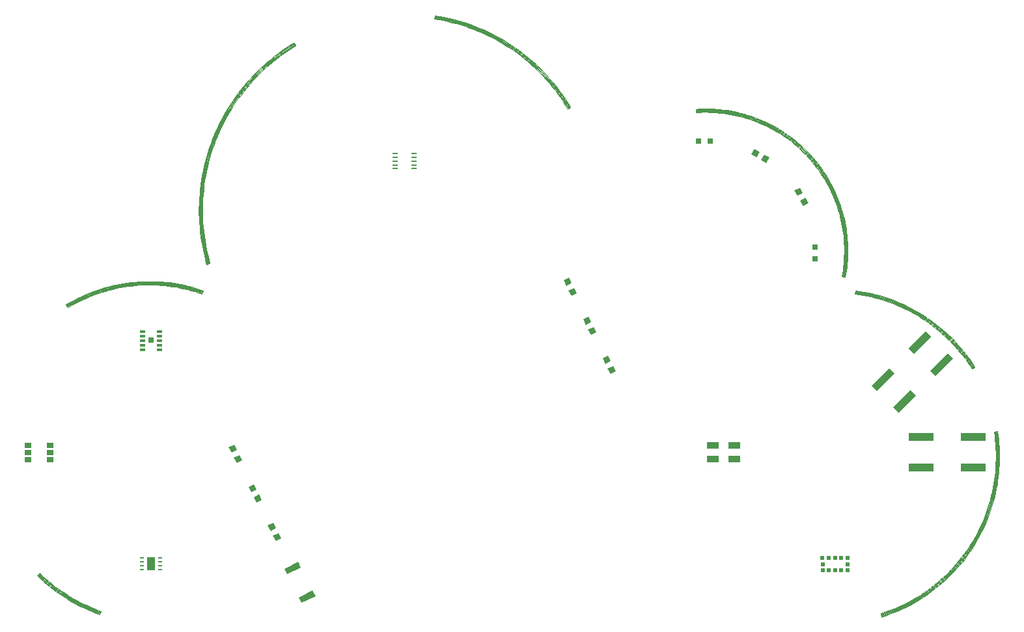
<source format=gtp>
G75*
%MOIN*%
%OFA0B0*%
%FSLAX25Y25*%
%IPPOS*%
%LPD*%
%AMOC8*
5,1,8,0,0,1.08239X$1,22.5*
%
%ADD10C,0.00200*%
%ADD11R,0.12598X0.03937*%
%ADD12R,0.03543X0.02756*%
%ADD13R,0.01969X0.01969*%
%ADD14R,0.02283X0.01969*%
%ADD15R,0.03150X0.03150*%
%ADD16R,0.03150X0.03150*%
%ADD17R,0.03150X0.07874*%
%ADD18R,0.03130X0.01063*%
%ADD19R,0.02165X0.00984*%
%ADD20R,0.03937X0.06693*%
%ADD21R,0.02826X0.02756*%
%ADD22R,0.02756X0.01575*%
%ADD23R,0.05906X0.03543*%
D10*
X0038942Y0043788D02*
X0040203Y0045073D01*
X0040202Y0045073D02*
X0041696Y0043647D01*
X0043223Y0042258D01*
X0044784Y0040906D01*
X0046376Y0039592D01*
X0048000Y0038317D01*
X0049655Y0037081D01*
X0051339Y0035886D01*
X0053051Y0034732D01*
X0054790Y0033620D01*
X0056556Y0032550D01*
X0058347Y0031522D01*
X0060162Y0030539D01*
X0062001Y0029599D01*
X0063862Y0028705D01*
X0065744Y0027855D01*
X0067646Y0027051D01*
X0069566Y0026293D01*
X0071505Y0025582D01*
X0070908Y0023885D01*
X0070907Y0023884D01*
X0068928Y0024610D01*
X0066966Y0025384D01*
X0065024Y0026205D01*
X0063103Y0027073D01*
X0061202Y0027986D01*
X0059325Y0028946D01*
X0057471Y0029950D01*
X0055642Y0030999D01*
X0053839Y0032092D01*
X0052062Y0033228D01*
X0050314Y0034406D01*
X0048595Y0035627D01*
X0046905Y0036888D01*
X0045247Y0038190D01*
X0043620Y0039532D01*
X0042027Y0040913D01*
X0040467Y0042331D01*
X0038942Y0043787D01*
X0039074Y0043922D01*
X0040596Y0042470D01*
X0042152Y0041054D01*
X0043743Y0039676D01*
X0045365Y0038337D01*
X0047020Y0037038D01*
X0048706Y0035779D01*
X0050422Y0034562D01*
X0052166Y0033386D01*
X0053939Y0032252D01*
X0055738Y0031162D01*
X0057563Y0030115D01*
X0059413Y0029113D01*
X0061286Y0028156D01*
X0063182Y0027244D01*
X0065100Y0026378D01*
X0067038Y0025559D01*
X0068995Y0024787D01*
X0070970Y0024063D01*
X0071033Y0024241D01*
X0069062Y0024964D01*
X0067109Y0025734D01*
X0065175Y0026552D01*
X0063262Y0027415D01*
X0061370Y0028325D01*
X0059501Y0029280D01*
X0057655Y0030280D01*
X0055834Y0031325D01*
X0054038Y0032413D01*
X0052270Y0033544D01*
X0050529Y0034717D01*
X0048817Y0035932D01*
X0047135Y0037188D01*
X0045484Y0038485D01*
X0043865Y0039821D01*
X0042278Y0041195D01*
X0040725Y0042608D01*
X0039207Y0044057D01*
X0039339Y0044192D01*
X0040854Y0042746D01*
X0042404Y0041336D01*
X0043987Y0039965D01*
X0045603Y0038632D01*
X0047250Y0037338D01*
X0048929Y0036085D01*
X0050637Y0034872D01*
X0052374Y0033702D01*
X0054138Y0032573D01*
X0055930Y0031487D01*
X0057747Y0030445D01*
X0059589Y0029447D01*
X0061454Y0028494D01*
X0063342Y0027587D01*
X0065251Y0026725D01*
X0067180Y0025909D01*
X0069129Y0025141D01*
X0071096Y0024419D01*
X0071158Y0024597D01*
X0069196Y0025317D01*
X0067252Y0026084D01*
X0065327Y0026898D01*
X0063422Y0027758D01*
X0061538Y0028664D01*
X0059677Y0029615D01*
X0057839Y0030610D01*
X0056026Y0031650D01*
X0054238Y0032733D01*
X0052477Y0033860D01*
X0050744Y0035028D01*
X0049040Y0036238D01*
X0047365Y0037488D01*
X0045721Y0038779D01*
X0044109Y0040109D01*
X0042529Y0041478D01*
X0040983Y0042884D01*
X0039471Y0044327D01*
X0039604Y0044462D01*
X0041112Y0043022D01*
X0042655Y0041619D01*
X0044231Y0040253D01*
X0045840Y0038926D01*
X0047480Y0037638D01*
X0049151Y0036390D01*
X0050852Y0035183D01*
X0052581Y0034017D01*
X0054338Y0032894D01*
X0056122Y0031813D01*
X0057931Y0030776D01*
X0059765Y0029782D01*
X0061622Y0028833D01*
X0063501Y0027929D01*
X0065402Y0027071D01*
X0067323Y0026259D01*
X0069263Y0025494D01*
X0071221Y0024776D01*
X0071284Y0024954D01*
X0069330Y0025671D01*
X0067394Y0026434D01*
X0065478Y0027245D01*
X0063581Y0028101D01*
X0061706Y0029003D01*
X0059853Y0029949D01*
X0058023Y0030941D01*
X0056218Y0031976D01*
X0054438Y0033054D01*
X0052685Y0034175D01*
X0050959Y0035339D01*
X0049263Y0036543D01*
X0047595Y0037788D01*
X0045958Y0039073D01*
X0044353Y0040397D01*
X0042780Y0041760D01*
X0041241Y0043160D01*
X0039736Y0044597D01*
X0039868Y0044732D01*
X0041370Y0043298D01*
X0042906Y0041901D01*
X0044475Y0040542D01*
X0046077Y0039220D01*
X0047710Y0037938D01*
X0049374Y0036696D01*
X0051067Y0035494D01*
X0052789Y0034333D01*
X0054538Y0033215D01*
X0056314Y0032139D01*
X0058115Y0031106D01*
X0059941Y0030117D01*
X0061789Y0029172D01*
X0063661Y0028272D01*
X0065553Y0027418D01*
X0067466Y0026609D01*
X0069397Y0025847D01*
X0071347Y0025132D01*
X0071409Y0025311D01*
X0069464Y0026024D01*
X0067537Y0026784D01*
X0065629Y0027591D01*
X0063740Y0028443D01*
X0061873Y0029341D01*
X0060028Y0030284D01*
X0058207Y0031271D01*
X0056410Y0032301D01*
X0054638Y0033375D01*
X0052892Y0034491D01*
X0051175Y0035649D01*
X0049485Y0036849D01*
X0047825Y0038088D01*
X0046196Y0039368D01*
X0044597Y0040686D01*
X0043032Y0042043D01*
X0041499Y0043436D01*
X0040000Y0044867D01*
X0040133Y0045002D01*
X0041628Y0043575D01*
X0043157Y0042184D01*
X0044720Y0040830D01*
X0046314Y0039515D01*
X0047940Y0038238D01*
X0049596Y0037001D01*
X0051282Y0035805D01*
X0052996Y0034649D01*
X0054738Y0033536D01*
X0056506Y0032464D01*
X0058299Y0031436D01*
X0060116Y0030451D01*
X0061957Y0029511D01*
X0063820Y0028615D01*
X0065704Y0027764D01*
X0067608Y0026959D01*
X0069531Y0026201D01*
X0071472Y0025489D01*
X0123706Y0189981D02*
X0123105Y0188284D01*
X0123105Y0188285D02*
X0121280Y0188904D01*
X0119440Y0189480D01*
X0117588Y0190012D01*
X0115723Y0190500D01*
X0113847Y0190942D01*
X0111961Y0191340D01*
X0110066Y0191693D01*
X0108163Y0192000D01*
X0106253Y0192261D01*
X0104337Y0192477D01*
X0102417Y0192647D01*
X0100494Y0192771D01*
X0098568Y0192848D01*
X0096640Y0192880D01*
X0094713Y0192866D01*
X0092786Y0192805D01*
X0090862Y0192699D01*
X0088940Y0192547D01*
X0087023Y0192348D01*
X0085111Y0192104D01*
X0083205Y0191814D01*
X0081307Y0191479D01*
X0079417Y0191098D01*
X0077537Y0190673D01*
X0075668Y0190202D01*
X0073810Y0189687D01*
X0071966Y0189128D01*
X0070135Y0188525D01*
X0068319Y0187878D01*
X0066519Y0187188D01*
X0064737Y0186455D01*
X0062972Y0185679D01*
X0061226Y0184862D01*
X0059501Y0184003D01*
X0057796Y0183103D01*
X0056113Y0182163D01*
X0054454Y0181183D01*
X0053518Y0182720D01*
X0055215Y0183723D01*
X0056935Y0184684D01*
X0058678Y0185604D01*
X0060442Y0186482D01*
X0062227Y0187318D01*
X0064031Y0188111D01*
X0065854Y0188860D01*
X0067694Y0189566D01*
X0069550Y0190227D01*
X0071422Y0190844D01*
X0073308Y0191416D01*
X0075207Y0191942D01*
X0077118Y0192423D01*
X0079040Y0192859D01*
X0080972Y0193248D01*
X0082913Y0193590D01*
X0084861Y0193887D01*
X0086816Y0194136D01*
X0088776Y0194339D01*
X0090741Y0194495D01*
X0092709Y0194604D01*
X0094678Y0194666D01*
X0096649Y0194680D01*
X0098620Y0194648D01*
X0100589Y0194568D01*
X0102555Y0194441D01*
X0104518Y0194268D01*
X0106477Y0194047D01*
X0108429Y0193780D01*
X0110375Y0193466D01*
X0112312Y0193105D01*
X0114241Y0192699D01*
X0116159Y0192246D01*
X0118065Y0191748D01*
X0119960Y0191204D01*
X0121840Y0190615D01*
X0123706Y0189981D01*
X0123643Y0189803D01*
X0121781Y0190435D01*
X0119905Y0191023D01*
X0118015Y0191566D01*
X0116113Y0192063D01*
X0114199Y0192514D01*
X0112275Y0192920D01*
X0110342Y0193280D01*
X0108401Y0193593D01*
X0106453Y0193860D01*
X0104499Y0194080D01*
X0102541Y0194253D01*
X0100579Y0194379D01*
X0098614Y0194459D01*
X0096648Y0194491D01*
X0094682Y0194477D01*
X0092717Y0194415D01*
X0090754Y0194306D01*
X0088794Y0194151D01*
X0086838Y0193949D01*
X0084887Y0193700D01*
X0082944Y0193404D01*
X0081007Y0193062D01*
X0079080Y0192674D01*
X0077162Y0192240D01*
X0075255Y0191760D01*
X0073361Y0191234D01*
X0071479Y0190664D01*
X0069612Y0190048D01*
X0067759Y0189388D01*
X0065924Y0188685D01*
X0064105Y0187937D01*
X0062305Y0187146D01*
X0060524Y0186312D01*
X0058764Y0185436D01*
X0057025Y0184518D01*
X0055309Y0183559D01*
X0053616Y0182559D01*
X0053714Y0182397D01*
X0055403Y0183395D01*
X0057116Y0184352D01*
X0058850Y0185268D01*
X0060607Y0186142D01*
X0062383Y0186974D01*
X0064179Y0187763D01*
X0065994Y0188509D01*
X0067825Y0189211D01*
X0069673Y0189870D01*
X0071536Y0190484D01*
X0073413Y0191053D01*
X0075304Y0191577D01*
X0077206Y0192056D01*
X0079119Y0192489D01*
X0081042Y0192876D01*
X0082974Y0193217D01*
X0084914Y0193512D01*
X0086859Y0193761D01*
X0088811Y0193963D01*
X0090766Y0194118D01*
X0092725Y0194226D01*
X0094686Y0194288D01*
X0096647Y0194302D01*
X0098609Y0194270D01*
X0100569Y0194191D01*
X0102526Y0194064D01*
X0104480Y0193892D01*
X0106430Y0193672D01*
X0108373Y0193406D01*
X0110310Y0193093D01*
X0112238Y0192735D01*
X0114158Y0192330D01*
X0116067Y0191879D01*
X0117965Y0191383D01*
X0119851Y0190842D01*
X0121723Y0190256D01*
X0123580Y0189625D01*
X0123517Y0189447D01*
X0121664Y0190076D01*
X0119796Y0190661D01*
X0117915Y0191201D01*
X0116021Y0191696D01*
X0114117Y0192145D01*
X0112202Y0192549D01*
X0110277Y0192907D01*
X0108345Y0193219D01*
X0106406Y0193484D01*
X0104461Y0193704D01*
X0102512Y0193876D01*
X0100559Y0194002D01*
X0098603Y0194081D01*
X0096646Y0194113D01*
X0094689Y0194099D01*
X0092733Y0194037D01*
X0090779Y0193929D01*
X0088828Y0193774D01*
X0086881Y0193573D01*
X0084940Y0193325D01*
X0083005Y0193031D01*
X0081078Y0192691D01*
X0079159Y0192304D01*
X0077250Y0191872D01*
X0075352Y0191394D01*
X0073466Y0190871D01*
X0071593Y0190303D01*
X0069734Y0189691D01*
X0067891Y0189034D01*
X0066063Y0188333D01*
X0064253Y0187589D01*
X0062461Y0186802D01*
X0060689Y0185972D01*
X0058937Y0185100D01*
X0057206Y0184186D01*
X0055498Y0183231D01*
X0053813Y0182236D01*
X0053911Y0182075D01*
X0055592Y0183068D01*
X0057297Y0184020D01*
X0059023Y0184932D01*
X0060771Y0185802D01*
X0062540Y0186630D01*
X0064327Y0187415D01*
X0066133Y0188158D01*
X0067957Y0188857D01*
X0069796Y0189512D01*
X0071650Y0190123D01*
X0073519Y0190690D01*
X0075401Y0191212D01*
X0077294Y0191688D01*
X0079199Y0192119D01*
X0081113Y0192505D01*
X0083036Y0192844D01*
X0084966Y0193138D01*
X0086903Y0193385D01*
X0088845Y0193586D01*
X0090792Y0193741D01*
X0092741Y0193848D01*
X0094693Y0193910D01*
X0096645Y0193924D01*
X0098598Y0193892D01*
X0100549Y0193813D01*
X0102497Y0193688D01*
X0104442Y0193515D01*
X0106383Y0193297D01*
X0108317Y0193032D01*
X0110245Y0192721D01*
X0112165Y0192364D01*
X0114075Y0191961D01*
X0115976Y0191513D01*
X0117865Y0191019D01*
X0119742Y0190480D01*
X0121605Y0189897D01*
X0123454Y0189269D01*
X0123391Y0189091D01*
X0121546Y0189717D01*
X0119687Y0190299D01*
X0117815Y0190837D01*
X0115930Y0191329D01*
X0114034Y0191777D01*
X0112128Y0192179D01*
X0110212Y0192535D01*
X0108289Y0192845D01*
X0106359Y0193109D01*
X0104423Y0193327D01*
X0102483Y0193499D01*
X0100539Y0193624D01*
X0098592Y0193703D01*
X0096645Y0193735D01*
X0094696Y0193721D01*
X0092749Y0193660D01*
X0090804Y0193552D01*
X0088862Y0193398D01*
X0086925Y0193198D01*
X0084992Y0192951D01*
X0083066Y0192658D01*
X0081148Y0192319D01*
X0079238Y0191935D01*
X0077338Y0191504D01*
X0075449Y0191029D01*
X0073572Y0190508D01*
X0071707Y0189943D01*
X0069857Y0189333D01*
X0068022Y0188680D01*
X0066203Y0187982D01*
X0064401Y0187241D01*
X0062618Y0186458D01*
X0060854Y0185632D01*
X0059110Y0184764D01*
X0057387Y0183854D01*
X0055686Y0182904D01*
X0054009Y0181913D01*
X0054107Y0181752D01*
X0055781Y0182740D01*
X0057477Y0183688D01*
X0059196Y0184596D01*
X0060936Y0185462D01*
X0062696Y0186286D01*
X0064476Y0187068D01*
X0066273Y0187807D01*
X0068088Y0188502D01*
X0069919Y0189155D01*
X0071765Y0189763D01*
X0073625Y0190327D01*
X0075497Y0190846D01*
X0077382Y0191321D01*
X0079278Y0191750D01*
X0081183Y0192133D01*
X0083097Y0192471D01*
X0085018Y0192764D01*
X0086946Y0193010D01*
X0088879Y0193210D01*
X0090817Y0193364D01*
X0092758Y0193471D01*
X0094700Y0193532D01*
X0096644Y0193546D01*
X0098587Y0193514D01*
X0100529Y0193436D01*
X0102468Y0193311D01*
X0104404Y0193139D01*
X0106336Y0192922D01*
X0108261Y0192658D01*
X0110180Y0192349D01*
X0112091Y0191993D01*
X0113992Y0191592D01*
X0115884Y0191146D01*
X0117764Y0190654D01*
X0119633Y0190118D01*
X0121487Y0189537D01*
X0123328Y0188912D01*
X0123264Y0188734D01*
X0121428Y0189358D01*
X0119578Y0189937D01*
X0117714Y0190472D01*
X0115838Y0190963D01*
X0113951Y0191408D01*
X0112054Y0191808D01*
X0110147Y0192162D01*
X0108233Y0192471D01*
X0106312Y0192734D01*
X0104385Y0192951D01*
X0102454Y0193122D01*
X0100519Y0193247D01*
X0098581Y0193325D01*
X0096643Y0193357D01*
X0094704Y0193343D01*
X0092766Y0193282D01*
X0090830Y0193175D01*
X0088897Y0193022D01*
X0086968Y0192822D01*
X0085045Y0192576D01*
X0083128Y0192285D01*
X0081218Y0191948D01*
X0079317Y0191565D01*
X0077426Y0191137D01*
X0075546Y0190663D01*
X0073677Y0190145D01*
X0071822Y0189583D01*
X0069980Y0188976D01*
X0068154Y0188325D01*
X0066343Y0187631D01*
X0064550Y0186894D01*
X0062774Y0186114D01*
X0061018Y0185291D01*
X0059282Y0184428D01*
X0057568Y0183522D01*
X0055875Y0182576D01*
X0054206Y0181590D01*
X0054304Y0181429D01*
X0055970Y0182413D01*
X0057658Y0183356D01*
X0059369Y0184259D01*
X0061101Y0185121D01*
X0062853Y0185942D01*
X0064624Y0186720D01*
X0066413Y0187455D01*
X0068219Y0188148D01*
X0070042Y0188797D01*
X0071879Y0189403D01*
X0073730Y0189964D01*
X0075594Y0190481D01*
X0077470Y0190953D01*
X0079357Y0191380D01*
X0081253Y0191762D01*
X0083158Y0192098D01*
X0085071Y0192389D01*
X0086990Y0192634D01*
X0088914Y0192833D01*
X0090842Y0192986D01*
X0092774Y0193093D01*
X0094707Y0193154D01*
X0096642Y0193168D01*
X0098576Y0193136D01*
X0100509Y0193058D01*
X0102439Y0192934D01*
X0104366Y0192763D01*
X0106289Y0192547D01*
X0108205Y0192284D01*
X0110115Y0191976D01*
X0112017Y0191623D01*
X0113910Y0191223D01*
X0115793Y0190779D01*
X0117664Y0190290D01*
X0119524Y0189756D01*
X0121370Y0189178D01*
X0123201Y0188556D01*
X0123138Y0188378D01*
X0121311Y0188999D01*
X0119469Y0189575D01*
X0117614Y0190108D01*
X0115747Y0190596D01*
X0113868Y0191039D01*
X0111980Y0191437D01*
X0110083Y0191790D01*
X0108177Y0192098D01*
X0106265Y0192359D01*
X0104347Y0192575D01*
X0102425Y0192745D01*
X0100499Y0192869D01*
X0098571Y0192947D01*
X0096641Y0192979D01*
X0094711Y0192965D01*
X0092782Y0192904D01*
X0090855Y0192798D01*
X0088931Y0192645D01*
X0087011Y0192447D01*
X0085097Y0192202D01*
X0083189Y0191912D01*
X0081288Y0191576D01*
X0079396Y0191195D01*
X0077514Y0190769D01*
X0075643Y0190298D01*
X0073783Y0189782D01*
X0071936Y0189222D01*
X0070103Y0188618D01*
X0068285Y0187971D01*
X0066483Y0187280D01*
X0064698Y0186546D01*
X0062931Y0185770D01*
X0061183Y0184951D01*
X0059455Y0184091D01*
X0057749Y0183190D01*
X0056064Y0182249D01*
X0054402Y0181267D01*
X0170353Y0317020D02*
X0171277Y0315476D01*
X0169243Y0314223D01*
X0167241Y0312920D01*
X0165270Y0311569D01*
X0163333Y0310171D01*
X0161431Y0308726D01*
X0159564Y0307235D01*
X0157734Y0305700D01*
X0155941Y0304120D01*
X0154188Y0302497D01*
X0152474Y0300833D01*
X0150802Y0299127D01*
X0149171Y0297381D01*
X0147583Y0295596D01*
X0146039Y0293773D01*
X0144540Y0291913D01*
X0143086Y0290017D01*
X0141679Y0288087D01*
X0140319Y0286123D01*
X0139007Y0284126D01*
X0137744Y0282099D01*
X0136530Y0280041D01*
X0135367Y0277954D01*
X0134255Y0275840D01*
X0133195Y0273699D01*
X0132186Y0271533D01*
X0131231Y0269343D01*
X0130329Y0267131D01*
X0129481Y0264898D01*
X0128688Y0262644D01*
X0127949Y0260373D01*
X0127266Y0258083D01*
X0126639Y0255778D01*
X0126067Y0253458D01*
X0125552Y0251126D01*
X0125094Y0248781D01*
X0124693Y0246426D01*
X0124350Y0244062D01*
X0124064Y0241690D01*
X0123835Y0239312D01*
X0123664Y0236929D01*
X0123552Y0234543D01*
X0123497Y0232154D01*
X0123500Y0229765D01*
X0123561Y0227377D01*
X0123680Y0224991D01*
X0123857Y0222609D01*
X0124092Y0220231D01*
X0124384Y0217860D01*
X0124734Y0215497D01*
X0125141Y0213143D01*
X0125605Y0210799D01*
X0126126Y0208468D01*
X0126704Y0206150D01*
X0127337Y0203846D01*
X0125609Y0203347D01*
X0125608Y0203346D01*
X0124963Y0205692D01*
X0124375Y0208052D01*
X0123844Y0210427D01*
X0123372Y0212813D01*
X0122957Y0215210D01*
X0122601Y0217617D01*
X0122303Y0220031D01*
X0122064Y0222452D01*
X0121884Y0224878D01*
X0121762Y0227308D01*
X0121700Y0229740D01*
X0121697Y0232173D01*
X0121753Y0234605D01*
X0121868Y0237035D01*
X0122041Y0239461D01*
X0122274Y0241883D01*
X0122565Y0244298D01*
X0122915Y0246706D01*
X0123324Y0249104D01*
X0123790Y0251492D01*
X0124314Y0253867D01*
X0124896Y0256229D01*
X0125535Y0258577D01*
X0126231Y0260908D01*
X0126983Y0263222D01*
X0127791Y0265516D01*
X0128654Y0267791D01*
X0129573Y0270043D01*
X0130545Y0272273D01*
X0131572Y0274479D01*
X0132652Y0276658D01*
X0133785Y0278812D01*
X0134969Y0280936D01*
X0136205Y0283032D01*
X0137491Y0285097D01*
X0138827Y0287130D01*
X0140212Y0289130D01*
X0141645Y0291096D01*
X0143126Y0293026D01*
X0144652Y0294920D01*
X0146225Y0296777D01*
X0147842Y0298594D01*
X0149502Y0300372D01*
X0151205Y0302109D01*
X0152950Y0303804D01*
X0154736Y0305457D01*
X0156561Y0307065D01*
X0158425Y0308629D01*
X0160326Y0310147D01*
X0162263Y0311618D01*
X0164236Y0313042D01*
X0166242Y0314418D01*
X0168281Y0315744D01*
X0170352Y0317021D01*
X0170449Y0316859D01*
X0168382Y0315585D01*
X0166347Y0314261D01*
X0164344Y0312888D01*
X0162376Y0311466D01*
X0160442Y0309998D01*
X0158544Y0308483D01*
X0156684Y0306922D01*
X0154863Y0305316D01*
X0153080Y0303667D01*
X0151339Y0301975D01*
X0149639Y0300242D01*
X0147981Y0298467D01*
X0146367Y0296653D01*
X0144798Y0294800D01*
X0143274Y0292910D01*
X0141796Y0290983D01*
X0140366Y0289021D01*
X0138984Y0287024D01*
X0137650Y0284995D01*
X0136366Y0282934D01*
X0135133Y0280842D01*
X0133951Y0278721D01*
X0132820Y0276573D01*
X0131743Y0274397D01*
X0130718Y0272195D01*
X0129747Y0269970D01*
X0128830Y0267721D01*
X0127968Y0265451D01*
X0127162Y0263161D01*
X0126411Y0260852D01*
X0125717Y0258525D01*
X0125079Y0256182D01*
X0124498Y0253824D01*
X0123975Y0251453D01*
X0123510Y0249070D01*
X0123102Y0246676D01*
X0122753Y0244273D01*
X0122462Y0241863D01*
X0122230Y0239446D01*
X0122056Y0237024D01*
X0121942Y0234598D01*
X0121886Y0232171D01*
X0121889Y0229743D01*
X0121951Y0227315D01*
X0122072Y0224890D01*
X0122252Y0222469D01*
X0122491Y0220052D01*
X0122788Y0217642D01*
X0123144Y0215240D01*
X0123558Y0212848D01*
X0124029Y0210466D01*
X0124559Y0208096D01*
X0125146Y0205740D01*
X0125790Y0203399D01*
X0125971Y0203451D01*
X0125328Y0205788D01*
X0124743Y0208140D01*
X0124214Y0210505D01*
X0123743Y0212882D01*
X0123330Y0215270D01*
X0122975Y0217668D01*
X0122679Y0220073D01*
X0122440Y0222485D01*
X0122261Y0224902D01*
X0122140Y0227322D01*
X0122078Y0229745D01*
X0122075Y0232169D01*
X0122130Y0234592D01*
X0122245Y0237013D01*
X0122418Y0239430D01*
X0122650Y0241842D01*
X0122940Y0244249D01*
X0123289Y0246647D01*
X0123696Y0249036D01*
X0124160Y0251415D01*
X0124682Y0253781D01*
X0125262Y0256135D01*
X0125898Y0258473D01*
X0126591Y0260796D01*
X0127341Y0263100D01*
X0128146Y0265386D01*
X0129006Y0267652D01*
X0129921Y0269896D01*
X0130890Y0272118D01*
X0131913Y0274315D01*
X0132989Y0276487D01*
X0134117Y0278631D01*
X0135297Y0280748D01*
X0136528Y0282836D01*
X0137809Y0284893D01*
X0139140Y0286919D01*
X0140520Y0288911D01*
X0141948Y0290870D01*
X0143423Y0292793D01*
X0144944Y0294680D01*
X0146510Y0296529D01*
X0148121Y0298340D01*
X0149775Y0300111D01*
X0151472Y0301841D01*
X0153210Y0303530D01*
X0154989Y0305176D01*
X0156807Y0306778D01*
X0158664Y0308336D01*
X0160558Y0309849D01*
X0162488Y0311314D01*
X0164453Y0312733D01*
X0166452Y0314103D01*
X0168483Y0315425D01*
X0170547Y0316697D01*
X0170644Y0316534D01*
X0168584Y0315265D01*
X0166557Y0313946D01*
X0164562Y0312578D01*
X0162600Y0311162D01*
X0160674Y0309699D01*
X0158784Y0308190D01*
X0156930Y0306635D01*
X0155116Y0305036D01*
X0153340Y0303393D01*
X0151605Y0301707D01*
X0149912Y0299980D01*
X0148260Y0298212D01*
X0146653Y0296405D01*
X0145089Y0294559D01*
X0143571Y0292676D01*
X0142099Y0290756D01*
X0140674Y0288802D01*
X0139297Y0286813D01*
X0137969Y0284791D01*
X0136690Y0282738D01*
X0135461Y0280654D01*
X0134283Y0278541D01*
X0133157Y0276401D01*
X0132083Y0274233D01*
X0131062Y0272040D01*
X0130095Y0269823D01*
X0129182Y0267583D01*
X0128323Y0265321D01*
X0127520Y0263040D01*
X0126772Y0260739D01*
X0126080Y0258421D01*
X0125445Y0256087D01*
X0124866Y0253738D01*
X0124345Y0251376D01*
X0123881Y0249002D01*
X0123475Y0246618D01*
X0123128Y0244224D01*
X0122838Y0241822D01*
X0122606Y0239414D01*
X0122434Y0237001D01*
X0122319Y0234585D01*
X0122264Y0232167D01*
X0122267Y0229748D01*
X0122329Y0227330D01*
X0122450Y0224914D01*
X0122629Y0222501D01*
X0122866Y0220094D01*
X0123163Y0217693D01*
X0123517Y0215300D01*
X0123929Y0212917D01*
X0124399Y0210544D01*
X0124927Y0208183D01*
X0125511Y0205836D01*
X0126153Y0203504D01*
X0126334Y0203556D01*
X0125694Y0205884D01*
X0125111Y0208227D01*
X0124584Y0210583D01*
X0124115Y0212952D01*
X0123703Y0215331D01*
X0123350Y0217719D01*
X0123054Y0220115D01*
X0122817Y0222518D01*
X0122638Y0224926D01*
X0122518Y0227337D01*
X0122456Y0229751D01*
X0122453Y0232165D01*
X0122508Y0234579D01*
X0122622Y0236990D01*
X0122795Y0239399D01*
X0123026Y0241802D01*
X0123315Y0244199D01*
X0123662Y0246588D01*
X0124067Y0248968D01*
X0124530Y0251338D01*
X0125051Y0253696D01*
X0125628Y0256040D01*
X0126262Y0258370D01*
X0126952Y0260683D01*
X0127699Y0262979D01*
X0128501Y0265256D01*
X0129358Y0267514D01*
X0130269Y0269749D01*
X0131235Y0271962D01*
X0132254Y0274151D01*
X0133325Y0276315D01*
X0134449Y0278451D01*
X0135625Y0280560D01*
X0136851Y0282640D01*
X0138128Y0284689D01*
X0139454Y0286707D01*
X0140828Y0288692D01*
X0142250Y0290643D01*
X0143720Y0292559D01*
X0145235Y0294439D01*
X0146795Y0296281D01*
X0148400Y0298085D01*
X0150048Y0299849D01*
X0151738Y0301573D01*
X0153470Y0303256D01*
X0155242Y0304895D01*
X0157054Y0306492D01*
X0158903Y0308044D01*
X0160790Y0309550D01*
X0162713Y0311010D01*
X0164670Y0312424D01*
X0166661Y0313789D01*
X0168685Y0315105D01*
X0170741Y0316372D01*
X0170838Y0316210D01*
X0168786Y0314945D01*
X0166766Y0313632D01*
X0164779Y0312269D01*
X0162825Y0310858D01*
X0160906Y0309401D01*
X0159023Y0307897D01*
X0157177Y0306348D01*
X0155369Y0304755D01*
X0153600Y0303118D01*
X0151872Y0301439D01*
X0150185Y0299719D01*
X0148540Y0297957D01*
X0146938Y0296157D01*
X0145380Y0294318D01*
X0143868Y0292442D01*
X0142402Y0290530D01*
X0140982Y0288582D01*
X0139610Y0286601D01*
X0138287Y0284587D01*
X0137013Y0282542D01*
X0135789Y0280466D01*
X0134616Y0278361D01*
X0133494Y0276229D01*
X0132424Y0274069D01*
X0131407Y0271885D01*
X0130443Y0269676D01*
X0129534Y0267444D01*
X0128678Y0265192D01*
X0127878Y0262919D01*
X0127133Y0260627D01*
X0126444Y0258318D01*
X0125811Y0255993D01*
X0125235Y0253653D01*
X0124715Y0251299D01*
X0124253Y0248934D01*
X0123849Y0246559D01*
X0123502Y0244174D01*
X0123214Y0241782D01*
X0122983Y0239383D01*
X0122811Y0236979D01*
X0122697Y0234572D01*
X0122642Y0232163D01*
X0122645Y0229753D01*
X0122707Y0227344D01*
X0122827Y0224937D01*
X0123005Y0222534D01*
X0123242Y0220136D01*
X0123537Y0217744D01*
X0123890Y0215361D01*
X0124301Y0212986D01*
X0124769Y0210622D01*
X0125294Y0208270D01*
X0125877Y0205932D01*
X0126516Y0203609D01*
X0126697Y0203661D01*
X0126060Y0205980D01*
X0125478Y0208314D01*
X0124954Y0210661D01*
X0124487Y0213021D01*
X0124077Y0215391D01*
X0123724Y0217770D01*
X0123430Y0220157D01*
X0123194Y0222551D01*
X0123015Y0224949D01*
X0122896Y0227351D01*
X0122834Y0229756D01*
X0122831Y0232161D01*
X0122886Y0234566D01*
X0123000Y0236968D01*
X0123171Y0239367D01*
X0123402Y0241761D01*
X0123690Y0244149D01*
X0124036Y0246529D01*
X0124439Y0248900D01*
X0124900Y0251261D01*
X0125419Y0253610D01*
X0125994Y0255945D01*
X0126625Y0258266D01*
X0127313Y0260571D01*
X0128057Y0262858D01*
X0128856Y0265127D01*
X0129709Y0267375D01*
X0130617Y0269602D01*
X0131579Y0271807D01*
X0132594Y0273987D01*
X0133662Y0276143D01*
X0134782Y0278271D01*
X0135953Y0280372D01*
X0137174Y0282444D01*
X0138446Y0284485D01*
X0139767Y0286496D01*
X0141136Y0288473D01*
X0142553Y0290417D01*
X0144017Y0292325D01*
X0145526Y0294198D01*
X0147081Y0296033D01*
X0148679Y0297830D01*
X0150321Y0299588D01*
X0152005Y0301305D01*
X0153730Y0302981D01*
X0155495Y0304615D01*
X0157300Y0306205D01*
X0159142Y0307751D01*
X0161022Y0309252D01*
X0162937Y0310706D01*
X0164887Y0312114D01*
X0166871Y0313474D01*
X0168887Y0314786D01*
X0170935Y0316048D01*
X0171032Y0315886D01*
X0168988Y0314626D01*
X0166976Y0313317D01*
X0164996Y0311960D01*
X0163050Y0310554D01*
X0161138Y0309102D01*
X0159262Y0307605D01*
X0157423Y0306062D01*
X0155622Y0304474D01*
X0153860Y0302844D01*
X0152138Y0301171D01*
X0150457Y0299457D01*
X0148819Y0297703D01*
X0147223Y0295909D01*
X0145672Y0294077D01*
X0144165Y0292208D01*
X0142704Y0290303D01*
X0141290Y0288363D01*
X0139924Y0286390D01*
X0138605Y0284384D01*
X0137336Y0282346D01*
X0136117Y0280278D01*
X0134948Y0278181D01*
X0133830Y0276057D01*
X0132765Y0273906D01*
X0131752Y0271729D01*
X0130792Y0269529D01*
X0129885Y0267306D01*
X0129033Y0265062D01*
X0128236Y0262797D01*
X0127494Y0260514D01*
X0126807Y0258214D01*
X0126177Y0255898D01*
X0125603Y0253567D01*
X0125085Y0251223D01*
X0124625Y0248867D01*
X0124222Y0246500D01*
X0123877Y0244124D01*
X0123589Y0241741D01*
X0123360Y0239351D01*
X0123188Y0236957D01*
X0123075Y0234559D01*
X0123020Y0232159D01*
X0123023Y0229759D01*
X0123084Y0227359D01*
X0123204Y0224961D01*
X0123382Y0222567D01*
X0123618Y0220178D01*
X0123912Y0217796D01*
X0124263Y0215421D01*
X0124672Y0213055D01*
X0125139Y0210701D01*
X0125662Y0208358D01*
X0126242Y0206028D01*
X0126879Y0203714D01*
X0127061Y0203766D01*
X0126425Y0206076D01*
X0125846Y0208401D01*
X0125324Y0210740D01*
X0124858Y0213090D01*
X0124450Y0215451D01*
X0124099Y0217821D01*
X0123806Y0220199D01*
X0123570Y0222584D01*
X0123393Y0224973D01*
X0123273Y0227366D01*
X0123212Y0229761D01*
X0123209Y0232157D01*
X0123264Y0234553D01*
X0123377Y0236946D01*
X0123548Y0239336D01*
X0123777Y0241721D01*
X0124064Y0244100D01*
X0124409Y0246471D01*
X0124811Y0248833D01*
X0125270Y0251184D01*
X0125787Y0253524D01*
X0126360Y0255850D01*
X0126989Y0258162D01*
X0127674Y0260458D01*
X0128415Y0262737D01*
X0129211Y0264997D01*
X0130061Y0267237D01*
X0130966Y0269455D01*
X0131924Y0271652D01*
X0132935Y0273824D01*
X0133999Y0275971D01*
X0135114Y0278091D01*
X0136281Y0280184D01*
X0137498Y0282248D01*
X0138764Y0284282D01*
X0140080Y0286284D01*
X0141444Y0288254D01*
X0142856Y0290190D01*
X0144314Y0292091D01*
X0145817Y0293957D01*
X0147366Y0295785D01*
X0148958Y0297575D01*
X0150594Y0299326D01*
X0152271Y0301037D01*
X0153990Y0302707D01*
X0155749Y0304334D01*
X0157546Y0305918D01*
X0159382Y0307458D01*
X0161254Y0308953D01*
X0163162Y0310402D01*
X0165105Y0311805D01*
X0167081Y0313160D01*
X0169089Y0314466D01*
X0171129Y0315724D01*
X0171226Y0315561D01*
X0169190Y0314306D01*
X0167186Y0313002D01*
X0165213Y0311650D01*
X0163274Y0310250D01*
X0161370Y0308804D01*
X0159501Y0307312D01*
X0157669Y0305775D01*
X0155875Y0304194D01*
X0154120Y0302569D01*
X0152405Y0300903D01*
X0150730Y0299195D01*
X0149098Y0297448D01*
X0147509Y0295661D01*
X0145963Y0293836D01*
X0144462Y0291974D01*
X0143007Y0290077D01*
X0141598Y0288144D01*
X0140237Y0286178D01*
X0138924Y0284180D01*
X0137659Y0282150D01*
X0136445Y0280090D01*
X0135280Y0278001D01*
X0134167Y0275885D01*
X0133105Y0273742D01*
X0132096Y0271574D01*
X0131140Y0269382D01*
X0130237Y0267168D01*
X0129388Y0264932D01*
X0128594Y0262676D01*
X0127855Y0260402D01*
X0127171Y0258110D01*
X0126543Y0255803D01*
X0125971Y0253481D01*
X0125456Y0251146D01*
X0124997Y0248799D01*
X0124596Y0246441D01*
X0124252Y0244075D01*
X0123965Y0241700D01*
X0123736Y0239320D01*
X0123566Y0236935D01*
X0123453Y0234546D01*
X0123398Y0232155D01*
X0123401Y0229764D01*
X0123462Y0227373D01*
X0123581Y0224985D01*
X0123758Y0222600D01*
X0123993Y0220220D01*
X0124286Y0217847D01*
X0124636Y0215481D01*
X0125044Y0213125D01*
X0125509Y0210779D01*
X0126030Y0208445D01*
X0126608Y0206124D01*
X0127242Y0203819D01*
X0312024Y0283841D02*
X0310472Y0282929D01*
X0310473Y0282930D02*
X0309281Y0284899D01*
X0308043Y0286840D01*
X0306758Y0288750D01*
X0305429Y0290629D01*
X0304054Y0292476D01*
X0302636Y0294289D01*
X0301175Y0296068D01*
X0299672Y0297811D01*
X0298127Y0299518D01*
X0296542Y0301188D01*
X0294918Y0302819D01*
X0293255Y0304410D01*
X0291554Y0305962D01*
X0289817Y0307472D01*
X0288044Y0308941D01*
X0286236Y0310366D01*
X0284395Y0311748D01*
X0282521Y0313085D01*
X0280616Y0314377D01*
X0278681Y0315624D01*
X0276716Y0316823D01*
X0274723Y0317975D01*
X0272703Y0319079D01*
X0270658Y0320135D01*
X0268587Y0321141D01*
X0266493Y0322098D01*
X0264377Y0323004D01*
X0262240Y0323859D01*
X0260083Y0324663D01*
X0257907Y0325415D01*
X0255714Y0326115D01*
X0253505Y0326762D01*
X0251281Y0327356D01*
X0249043Y0327896D01*
X0246793Y0328383D01*
X0244533Y0328816D01*
X0242262Y0329195D01*
X0242534Y0330973D01*
X0242535Y0330974D01*
X0244848Y0330588D01*
X0247151Y0330147D01*
X0249444Y0329651D01*
X0251723Y0329100D01*
X0253989Y0328495D01*
X0256239Y0327836D01*
X0258474Y0327123D01*
X0260690Y0326357D01*
X0262888Y0325538D01*
X0265065Y0324667D01*
X0267221Y0323744D01*
X0269354Y0322770D01*
X0271463Y0321745D01*
X0273547Y0320669D01*
X0275605Y0319544D01*
X0277635Y0318371D01*
X0279637Y0317149D01*
X0281609Y0315879D01*
X0283550Y0314563D01*
X0285458Y0313200D01*
X0287334Y0311792D01*
X0289175Y0310340D01*
X0290982Y0308844D01*
X0292751Y0307306D01*
X0294484Y0305725D01*
X0296178Y0304104D01*
X0297833Y0302442D01*
X0299448Y0300741D01*
X0301021Y0299002D01*
X0302553Y0297226D01*
X0304041Y0295414D01*
X0305486Y0293567D01*
X0306886Y0291685D01*
X0308241Y0289771D01*
X0309549Y0287825D01*
X0310811Y0285848D01*
X0312025Y0283842D01*
X0311862Y0283746D01*
X0310650Y0285749D01*
X0309391Y0287722D01*
X0308085Y0289664D01*
X0306733Y0291575D01*
X0305336Y0293452D01*
X0303894Y0295296D01*
X0302408Y0297105D01*
X0300880Y0298877D01*
X0299309Y0300613D01*
X0297697Y0302310D01*
X0296046Y0303969D01*
X0294355Y0305587D01*
X0292626Y0307165D01*
X0290859Y0308700D01*
X0289057Y0310193D01*
X0287219Y0311643D01*
X0285347Y0313048D01*
X0283442Y0314408D01*
X0281505Y0315721D01*
X0279537Y0316988D01*
X0277539Y0318208D01*
X0275513Y0319380D01*
X0273459Y0320502D01*
X0271379Y0321576D01*
X0269274Y0322599D01*
X0267145Y0323571D01*
X0264993Y0324493D01*
X0262820Y0325362D01*
X0260626Y0326179D01*
X0258414Y0326944D01*
X0256184Y0327655D01*
X0253938Y0328313D01*
X0251677Y0328917D01*
X0249402Y0329467D01*
X0247114Y0329962D01*
X0244815Y0330402D01*
X0242506Y0330787D01*
X0242478Y0330600D01*
X0244782Y0330216D01*
X0247076Y0329777D01*
X0249359Y0329283D01*
X0251630Y0328734D01*
X0253887Y0328131D01*
X0256129Y0327475D01*
X0258355Y0326765D01*
X0260563Y0326001D01*
X0262752Y0325186D01*
X0264921Y0324318D01*
X0267068Y0323398D01*
X0269193Y0322428D01*
X0271294Y0321407D01*
X0273370Y0320335D01*
X0275420Y0319215D01*
X0277442Y0318046D01*
X0279436Y0316828D01*
X0281400Y0315564D01*
X0283334Y0314252D01*
X0285235Y0312895D01*
X0287103Y0311493D01*
X0288938Y0310046D01*
X0290737Y0308556D01*
X0292500Y0307024D01*
X0294226Y0305449D01*
X0295913Y0303834D01*
X0297562Y0302179D01*
X0299170Y0300484D01*
X0300738Y0298752D01*
X0302263Y0296983D01*
X0303746Y0295178D01*
X0305185Y0293338D01*
X0306580Y0291464D01*
X0307929Y0289557D01*
X0309233Y0287618D01*
X0310490Y0285649D01*
X0311699Y0283650D01*
X0311536Y0283554D01*
X0310329Y0285549D01*
X0309075Y0287515D01*
X0307774Y0289450D01*
X0306427Y0291353D01*
X0305035Y0293223D01*
X0303599Y0295060D01*
X0302119Y0296861D01*
X0300596Y0298627D01*
X0299032Y0300356D01*
X0297426Y0302047D01*
X0295781Y0303699D01*
X0294097Y0305311D01*
X0292374Y0306882D01*
X0290615Y0308412D01*
X0288819Y0309899D01*
X0286988Y0311343D01*
X0285123Y0312743D01*
X0283226Y0314097D01*
X0281296Y0315406D01*
X0279336Y0316668D01*
X0277346Y0317883D01*
X0275327Y0319050D01*
X0273282Y0320169D01*
X0271210Y0321238D01*
X0269113Y0322257D01*
X0266992Y0323226D01*
X0264848Y0324143D01*
X0262684Y0325009D01*
X0260499Y0325824D01*
X0258295Y0326585D01*
X0256074Y0327294D01*
X0253836Y0327949D01*
X0251584Y0328551D01*
X0249317Y0329098D01*
X0247039Y0329591D01*
X0244749Y0330030D01*
X0242449Y0330413D01*
X0242420Y0330227D01*
X0244716Y0329844D01*
X0247001Y0329406D01*
X0249275Y0328914D01*
X0251537Y0328368D01*
X0253786Y0327767D01*
X0256019Y0327113D01*
X0258236Y0326406D01*
X0260435Y0325646D01*
X0262616Y0324833D01*
X0264776Y0323969D01*
X0266915Y0323053D01*
X0269032Y0322086D01*
X0271125Y0321069D01*
X0273193Y0320002D01*
X0275235Y0318885D01*
X0277249Y0317721D01*
X0279235Y0316508D01*
X0281192Y0315248D01*
X0283118Y0313942D01*
X0285012Y0312590D01*
X0286873Y0311193D01*
X0288700Y0309752D01*
X0290492Y0308268D01*
X0292248Y0306741D01*
X0293968Y0305173D01*
X0295649Y0303564D01*
X0297291Y0301915D01*
X0298893Y0300228D01*
X0300454Y0298502D01*
X0301974Y0296740D01*
X0303451Y0294942D01*
X0304885Y0293109D01*
X0306274Y0291242D01*
X0307618Y0289342D01*
X0308917Y0287411D01*
X0310168Y0285450D01*
X0311373Y0283459D01*
X0311210Y0283363D01*
X0310008Y0285350D01*
X0308758Y0287308D01*
X0307463Y0289235D01*
X0306121Y0291131D01*
X0304734Y0292994D01*
X0303303Y0294824D01*
X0301829Y0296618D01*
X0300313Y0298377D01*
X0298754Y0300099D01*
X0297155Y0301783D01*
X0295516Y0303429D01*
X0293838Y0305035D01*
X0292123Y0306600D01*
X0290370Y0308124D01*
X0288581Y0309605D01*
X0286758Y0311044D01*
X0284900Y0312438D01*
X0283010Y0313787D01*
X0281088Y0315091D01*
X0279135Y0316348D01*
X0277153Y0317558D01*
X0275142Y0318721D01*
X0273104Y0319835D01*
X0271040Y0320900D01*
X0268951Y0321915D01*
X0266839Y0322880D01*
X0264704Y0323794D01*
X0262548Y0324657D01*
X0260371Y0325468D01*
X0258176Y0326226D01*
X0255964Y0326932D01*
X0253735Y0327585D01*
X0251491Y0328184D01*
X0249233Y0328730D01*
X0246963Y0329221D01*
X0244682Y0329658D01*
X0242392Y0330040D01*
X0242363Y0329853D01*
X0244649Y0329472D01*
X0246926Y0329036D01*
X0249191Y0328545D01*
X0251445Y0328001D01*
X0253684Y0327403D01*
X0255909Y0326752D01*
X0258117Y0326047D01*
X0260308Y0325290D01*
X0262480Y0324480D01*
X0264632Y0323619D01*
X0266763Y0322707D01*
X0268871Y0321744D01*
X0270956Y0320731D01*
X0273016Y0319668D01*
X0275050Y0318556D01*
X0277056Y0317396D01*
X0279035Y0316188D01*
X0280984Y0314933D01*
X0282902Y0313632D01*
X0284789Y0312285D01*
X0286642Y0310894D01*
X0288462Y0309458D01*
X0290248Y0307980D01*
X0291997Y0306459D01*
X0293709Y0304897D01*
X0295384Y0303294D01*
X0297020Y0301652D01*
X0298616Y0299971D01*
X0300171Y0298252D01*
X0301685Y0296497D01*
X0303156Y0294705D01*
X0304584Y0292880D01*
X0305968Y0291020D01*
X0307307Y0289128D01*
X0308600Y0287204D01*
X0309847Y0285250D01*
X0311047Y0283267D01*
X0310884Y0283172D01*
X0309687Y0285151D01*
X0308442Y0287101D01*
X0307151Y0289021D01*
X0305815Y0290909D01*
X0304434Y0292765D01*
X0303008Y0294587D01*
X0301540Y0296375D01*
X0300029Y0298127D01*
X0298477Y0299842D01*
X0296884Y0301520D01*
X0295252Y0303159D01*
X0293580Y0304759D01*
X0291871Y0306318D01*
X0290125Y0307836D01*
X0288344Y0309311D01*
X0286527Y0310744D01*
X0284677Y0312133D01*
X0282794Y0313477D01*
X0280879Y0314775D01*
X0278934Y0316028D01*
X0276960Y0317233D01*
X0274957Y0318391D01*
X0272927Y0319501D01*
X0270871Y0320562D01*
X0268790Y0321573D01*
X0266686Y0322534D01*
X0264559Y0323445D01*
X0262412Y0324304D01*
X0260244Y0325112D01*
X0258057Y0325868D01*
X0255853Y0326571D01*
X0253633Y0327221D01*
X0251398Y0327818D01*
X0249149Y0328361D01*
X0246888Y0328851D01*
X0244616Y0329286D01*
X0242334Y0329666D01*
X0242306Y0329479D01*
X0244583Y0329100D01*
X0246851Y0328665D01*
X0249107Y0328177D01*
X0251352Y0327635D01*
X0253582Y0327039D01*
X0255798Y0326390D01*
X0257998Y0325688D01*
X0260180Y0324934D01*
X0262344Y0324128D01*
X0264487Y0323270D01*
X0266610Y0322361D01*
X0268710Y0321402D01*
X0270787Y0320393D01*
X0272838Y0319334D01*
X0274864Y0318226D01*
X0276863Y0317071D01*
X0278834Y0315868D01*
X0280775Y0314618D01*
X0282686Y0313322D01*
X0284565Y0311980D01*
X0286412Y0310594D01*
X0288225Y0309164D01*
X0290003Y0307692D01*
X0291745Y0306177D01*
X0293451Y0304621D01*
X0295119Y0303024D01*
X0296749Y0301388D01*
X0298338Y0299714D01*
X0299887Y0298002D01*
X0301395Y0296253D01*
X0302861Y0294469D01*
X0304283Y0292651D01*
X0305662Y0290798D01*
X0306996Y0288914D01*
X0308284Y0286998D01*
X0309526Y0285051D01*
X0310721Y0283076D01*
X0310558Y0282980D01*
X0309365Y0284952D01*
X0308126Y0286894D01*
X0306840Y0288806D01*
X0305509Y0290687D01*
X0304133Y0292536D01*
X0302713Y0294351D01*
X0301251Y0296132D01*
X0299746Y0297877D01*
X0298200Y0299586D01*
X0296613Y0301257D01*
X0294987Y0302889D01*
X0293322Y0304483D01*
X0291620Y0306036D01*
X0289881Y0307548D01*
X0288106Y0309018D01*
X0286297Y0310444D01*
X0284454Y0311828D01*
X0282578Y0313166D01*
X0280671Y0314460D01*
X0278733Y0315707D01*
X0276767Y0316908D01*
X0274772Y0318062D01*
X0272750Y0319167D01*
X0270702Y0320224D01*
X0268629Y0321231D01*
X0266533Y0322188D01*
X0264415Y0323095D01*
X0262276Y0323951D01*
X0260116Y0324756D01*
X0257938Y0325509D01*
X0255743Y0326209D01*
X0253532Y0326857D01*
X0251305Y0327451D01*
X0249065Y0327993D01*
X0246813Y0328480D01*
X0244550Y0328913D01*
X0242277Y0329293D01*
X0452602Y0196829D02*
X0450834Y0197168D01*
X0450835Y0197168D02*
X0451138Y0198870D01*
X0451399Y0200579D01*
X0451619Y0202294D01*
X0451797Y0204014D01*
X0451932Y0205737D01*
X0452026Y0207464D01*
X0452078Y0209192D01*
X0452087Y0210921D01*
X0452055Y0212650D01*
X0451980Y0214377D01*
X0451863Y0216102D01*
X0451704Y0217824D01*
X0451504Y0219541D01*
X0451261Y0221253D01*
X0450977Y0222958D01*
X0450651Y0224656D01*
X0450284Y0226346D01*
X0449876Y0228026D01*
X0449427Y0229695D01*
X0448938Y0231354D01*
X0448408Y0233000D01*
X0447839Y0234632D01*
X0447229Y0236250D01*
X0446581Y0237853D01*
X0445893Y0239439D01*
X0445167Y0241008D01*
X0444404Y0242559D01*
X0443602Y0244091D01*
X0442764Y0245603D01*
X0441888Y0247094D01*
X0440977Y0248564D01*
X0440030Y0250010D01*
X0439048Y0251434D01*
X0438032Y0252832D01*
X0436982Y0254206D01*
X0435899Y0255554D01*
X0434784Y0256874D01*
X0433636Y0258168D01*
X0432457Y0259433D01*
X0431248Y0260668D01*
X0430009Y0261874D01*
X0428741Y0263050D01*
X0427445Y0264194D01*
X0426121Y0265306D01*
X0424771Y0266386D01*
X0423394Y0267432D01*
X0421993Y0268445D01*
X0420567Y0269423D01*
X0419118Y0270366D01*
X0417646Y0271273D01*
X0416153Y0272144D01*
X0414639Y0272979D01*
X0413105Y0273776D01*
X0411552Y0274536D01*
X0409981Y0275258D01*
X0408392Y0275941D01*
X0406788Y0276586D01*
X0405168Y0277191D01*
X0403534Y0277756D01*
X0401887Y0278281D01*
X0400228Y0278766D01*
X0398557Y0279211D01*
X0396876Y0279615D01*
X0395185Y0279977D01*
X0393486Y0280298D01*
X0391780Y0280578D01*
X0390068Y0280816D01*
X0388350Y0281012D01*
X0386628Y0281167D01*
X0384902Y0281279D01*
X0383175Y0281349D01*
X0381446Y0281377D01*
X0379717Y0281363D01*
X0377989Y0281307D01*
X0376263Y0281209D01*
X0376137Y0283004D01*
X0376136Y0283004D01*
X0377906Y0283105D01*
X0379678Y0283163D01*
X0381451Y0283177D01*
X0383224Y0283149D01*
X0384995Y0283077D01*
X0386764Y0282962D01*
X0388530Y0282803D01*
X0390292Y0282602D01*
X0392048Y0282358D01*
X0393797Y0282071D01*
X0395539Y0281742D01*
X0397273Y0281370D01*
X0398997Y0280956D01*
X0400710Y0280501D01*
X0402412Y0280003D01*
X0404101Y0279465D01*
X0405776Y0278885D01*
X0407437Y0278264D01*
X0409082Y0277604D01*
X0410711Y0276903D01*
X0412322Y0276163D01*
X0413914Y0275384D01*
X0415488Y0274566D01*
X0417040Y0273710D01*
X0418572Y0272817D01*
X0420081Y0271887D01*
X0421567Y0270920D01*
X0423029Y0269917D01*
X0424466Y0268878D01*
X0425877Y0267806D01*
X0427262Y0266698D01*
X0428619Y0265558D01*
X0429948Y0264385D01*
X0431249Y0263180D01*
X0432519Y0261943D01*
X0433759Y0260676D01*
X0434968Y0259379D01*
X0436144Y0258053D01*
X0437288Y0256698D01*
X0438399Y0255316D01*
X0439476Y0253908D01*
X0440518Y0252473D01*
X0441524Y0251014D01*
X0442495Y0249531D01*
X0443430Y0248024D01*
X0444327Y0246495D01*
X0445187Y0244945D01*
X0446009Y0243374D01*
X0446792Y0241783D01*
X0447536Y0240174D01*
X0448241Y0238547D01*
X0448906Y0236904D01*
X0449531Y0235245D01*
X0450115Y0233571D01*
X0450658Y0231883D01*
X0451160Y0230183D01*
X0451620Y0228471D01*
X0452039Y0226748D01*
X0452415Y0225015D01*
X0452749Y0223274D01*
X0453040Y0221525D01*
X0453289Y0219770D01*
X0453495Y0218009D01*
X0453658Y0216244D01*
X0453777Y0214475D01*
X0453854Y0212704D01*
X0453887Y0210931D01*
X0453878Y0209158D01*
X0453825Y0207386D01*
X0453728Y0205616D01*
X0453589Y0203848D01*
X0453407Y0202085D01*
X0453181Y0200326D01*
X0452913Y0198574D01*
X0452603Y0196828D01*
X0452417Y0196864D01*
X0452727Y0198605D01*
X0452994Y0200353D01*
X0453219Y0202107D01*
X0453401Y0203866D01*
X0453540Y0205628D01*
X0453636Y0207394D01*
X0453689Y0209162D01*
X0453698Y0210930D01*
X0453665Y0212698D01*
X0453589Y0214464D01*
X0453469Y0216229D01*
X0453307Y0217990D01*
X0453102Y0219746D01*
X0452854Y0221497D01*
X0452563Y0223241D01*
X0452230Y0224978D01*
X0451855Y0226706D01*
X0451437Y0228424D01*
X0450978Y0230132D01*
X0450478Y0231828D01*
X0449936Y0233511D01*
X0449353Y0235180D01*
X0448730Y0236835D01*
X0448067Y0238474D01*
X0447364Y0240097D01*
X0446622Y0241702D01*
X0445840Y0243288D01*
X0445021Y0244855D01*
X0444163Y0246401D01*
X0443268Y0247926D01*
X0442336Y0249429D01*
X0441368Y0250909D01*
X0440363Y0252364D01*
X0439324Y0253795D01*
X0438250Y0255200D01*
X0437143Y0256578D01*
X0436001Y0257929D01*
X0434828Y0259252D01*
X0433622Y0260545D01*
X0432386Y0261809D01*
X0431119Y0263043D01*
X0429822Y0264245D01*
X0428496Y0265415D01*
X0427142Y0266552D01*
X0425761Y0267656D01*
X0424353Y0268727D01*
X0422920Y0269762D01*
X0421462Y0270762D01*
X0419980Y0271727D01*
X0418474Y0272655D01*
X0416947Y0273546D01*
X0415398Y0274400D01*
X0413829Y0275215D01*
X0412241Y0275992D01*
X0410634Y0276730D01*
X0409010Y0277429D01*
X0407369Y0278088D01*
X0405712Y0278707D01*
X0404041Y0279285D01*
X0402357Y0279822D01*
X0400659Y0280319D01*
X0398951Y0280773D01*
X0397231Y0281186D01*
X0395502Y0281557D01*
X0393765Y0281885D01*
X0392020Y0282171D01*
X0390268Y0282415D01*
X0388511Y0282615D01*
X0386750Y0282773D01*
X0384986Y0282888D01*
X0383219Y0282960D01*
X0381451Y0282988D01*
X0379682Y0282974D01*
X0377915Y0282916D01*
X0376150Y0282816D01*
X0376163Y0282627D01*
X0377924Y0282728D01*
X0379687Y0282785D01*
X0381450Y0282799D01*
X0383214Y0282771D01*
X0384976Y0282699D01*
X0386736Y0282585D01*
X0388492Y0282427D01*
X0390245Y0282227D01*
X0391992Y0281984D01*
X0393732Y0281699D01*
X0395465Y0281371D01*
X0397189Y0281002D01*
X0398904Y0280590D01*
X0400609Y0280136D01*
X0402302Y0279642D01*
X0403982Y0279106D01*
X0405649Y0278529D01*
X0407301Y0277912D01*
X0408937Y0277255D01*
X0410558Y0276558D01*
X0412160Y0275821D01*
X0413744Y0275046D01*
X0415309Y0274233D01*
X0416854Y0273382D01*
X0418377Y0272493D01*
X0419879Y0271567D01*
X0421357Y0270605D01*
X0422811Y0269608D01*
X0424241Y0268575D01*
X0425645Y0267507D01*
X0427022Y0266406D01*
X0428373Y0265272D01*
X0429695Y0264104D01*
X0430988Y0262905D01*
X0432252Y0261675D01*
X0433486Y0260415D01*
X0434688Y0259124D01*
X0435859Y0257805D01*
X0436997Y0256458D01*
X0438102Y0255083D01*
X0439173Y0253682D01*
X0440209Y0252255D01*
X0441211Y0250803D01*
X0442176Y0249328D01*
X0443106Y0247829D01*
X0443999Y0246308D01*
X0444854Y0244765D01*
X0445672Y0243203D01*
X0446451Y0241620D01*
X0447191Y0240020D01*
X0447893Y0238401D01*
X0448554Y0236767D01*
X0449176Y0235116D01*
X0449757Y0233451D01*
X0450297Y0231772D01*
X0450796Y0230080D01*
X0451254Y0228377D01*
X0451670Y0226663D01*
X0452045Y0224940D01*
X0452377Y0223208D01*
X0452667Y0221468D01*
X0452914Y0219722D01*
X0453119Y0217970D01*
X0453281Y0216214D01*
X0453400Y0214454D01*
X0453476Y0212692D01*
X0453509Y0210929D01*
X0453500Y0209165D01*
X0453447Y0207402D01*
X0453351Y0205641D01*
X0453213Y0203883D01*
X0453031Y0202129D01*
X0452807Y0200379D01*
X0452540Y0198636D01*
X0452231Y0196900D01*
X0452046Y0196935D01*
X0452354Y0198667D01*
X0452620Y0200406D01*
X0452844Y0202151D01*
X0453024Y0203900D01*
X0453163Y0205654D01*
X0453258Y0207410D01*
X0453311Y0209169D01*
X0453320Y0210928D01*
X0453287Y0212687D01*
X0453211Y0214444D01*
X0453092Y0216199D01*
X0452931Y0217951D01*
X0452727Y0219698D01*
X0452480Y0221439D01*
X0452191Y0223175D01*
X0451859Y0224902D01*
X0451486Y0226621D01*
X0451071Y0228330D01*
X0450614Y0230029D01*
X0450116Y0231716D01*
X0449577Y0233391D01*
X0448998Y0235052D01*
X0448378Y0236698D01*
X0447718Y0238329D01*
X0447019Y0239943D01*
X0446280Y0241539D01*
X0445503Y0243117D01*
X0444688Y0244676D01*
X0443835Y0246214D01*
X0442944Y0247731D01*
X0442017Y0249226D01*
X0441054Y0250698D01*
X0440055Y0252146D01*
X0439021Y0253569D01*
X0437953Y0254967D01*
X0436851Y0256338D01*
X0435716Y0257682D01*
X0434548Y0258997D01*
X0433349Y0260284D01*
X0432119Y0261541D01*
X0430858Y0262768D01*
X0429568Y0263964D01*
X0428249Y0265128D01*
X0426903Y0266260D01*
X0425529Y0267358D01*
X0424128Y0268423D01*
X0422702Y0269453D01*
X0421252Y0270448D01*
X0419777Y0271407D01*
X0418280Y0272331D01*
X0416761Y0273217D01*
X0415220Y0274066D01*
X0413659Y0274878D01*
X0412079Y0275651D01*
X0410481Y0276385D01*
X0408865Y0277080D01*
X0407233Y0277736D01*
X0405585Y0278351D01*
X0403922Y0278926D01*
X0402247Y0279461D01*
X0400558Y0279954D01*
X0398858Y0280407D01*
X0397148Y0280817D01*
X0395428Y0281186D01*
X0393699Y0281513D01*
X0391963Y0281797D01*
X0390221Y0282040D01*
X0388473Y0282239D01*
X0386721Y0282396D01*
X0384966Y0282510D01*
X0383208Y0282582D01*
X0381450Y0282610D01*
X0379691Y0282596D01*
X0377933Y0282539D01*
X0376176Y0282439D01*
X0376190Y0282250D01*
X0377941Y0282350D01*
X0379695Y0282407D01*
X0381449Y0282421D01*
X0383203Y0282393D01*
X0384956Y0282322D01*
X0386707Y0282208D01*
X0388455Y0282051D01*
X0390198Y0281852D01*
X0391935Y0281611D01*
X0393667Y0281327D01*
X0395391Y0281001D01*
X0397106Y0280633D01*
X0398812Y0280223D01*
X0400507Y0279772D01*
X0402191Y0279280D01*
X0403863Y0278747D01*
X0405521Y0278173D01*
X0407164Y0277559D01*
X0408793Y0276906D01*
X0410404Y0276212D01*
X0411998Y0275480D01*
X0413574Y0274709D01*
X0415131Y0273900D01*
X0416668Y0273053D01*
X0418183Y0272169D01*
X0419676Y0271248D01*
X0421147Y0270291D01*
X0422594Y0269298D01*
X0424016Y0268271D01*
X0425412Y0267209D01*
X0426783Y0266114D01*
X0428126Y0264985D01*
X0429441Y0263824D01*
X0430728Y0262631D01*
X0431985Y0261408D01*
X0433212Y0260154D01*
X0434408Y0258870D01*
X0435573Y0257558D01*
X0436705Y0256218D01*
X0437804Y0254850D01*
X0438869Y0253456D01*
X0439901Y0252037D01*
X0440897Y0250593D01*
X0441858Y0249125D01*
X0442782Y0247634D01*
X0443670Y0246120D01*
X0444521Y0244586D01*
X0445335Y0243032D01*
X0446110Y0241458D01*
X0446846Y0239865D01*
X0447544Y0238256D01*
X0448202Y0236629D01*
X0448820Y0234987D01*
X0449398Y0233331D01*
X0449936Y0231661D01*
X0450432Y0229978D01*
X0450888Y0228284D01*
X0451302Y0226579D01*
X0451674Y0224864D01*
X0452005Y0223141D01*
X0452293Y0221411D01*
X0452539Y0219674D01*
X0452743Y0217931D01*
X0452904Y0216184D01*
X0453023Y0214434D01*
X0453098Y0212681D01*
X0453131Y0210927D01*
X0453122Y0209172D01*
X0453069Y0207419D01*
X0452974Y0205667D01*
X0452836Y0203918D01*
X0452656Y0202173D01*
X0452433Y0200432D01*
X0452168Y0198698D01*
X0451860Y0196971D01*
X0451675Y0197006D01*
X0451981Y0198729D01*
X0452246Y0200459D01*
X0452468Y0202195D01*
X0452648Y0203935D01*
X0452786Y0205680D01*
X0452880Y0207427D01*
X0452933Y0209176D01*
X0452942Y0210926D01*
X0452909Y0212675D01*
X0452834Y0214423D01*
X0452716Y0216169D01*
X0452555Y0217912D01*
X0452352Y0219650D01*
X0452106Y0221382D01*
X0451819Y0223108D01*
X0451489Y0224827D01*
X0451118Y0226537D01*
X0450705Y0228237D01*
X0450250Y0229927D01*
X0449755Y0231605D01*
X0449219Y0233271D01*
X0448642Y0234923D01*
X0448026Y0236561D01*
X0447370Y0238183D01*
X0446674Y0239788D01*
X0445939Y0241376D01*
X0445166Y0242946D01*
X0444355Y0244497D01*
X0443506Y0246027D01*
X0442620Y0247536D01*
X0441698Y0249023D01*
X0440740Y0250487D01*
X0439746Y0251928D01*
X0438718Y0253343D01*
X0437655Y0254733D01*
X0436559Y0256097D01*
X0435430Y0257434D01*
X0434269Y0258743D01*
X0433076Y0260023D01*
X0431852Y0261274D01*
X0430598Y0262494D01*
X0429315Y0263684D01*
X0428003Y0264842D01*
X0426663Y0265967D01*
X0425296Y0267060D01*
X0423903Y0268119D01*
X0422485Y0269144D01*
X0421042Y0270134D01*
X0419575Y0271088D01*
X0418086Y0272006D01*
X0416574Y0272888D01*
X0415042Y0273733D01*
X0413489Y0274540D01*
X0411918Y0275309D01*
X0410327Y0276039D01*
X0408720Y0276731D01*
X0407096Y0277383D01*
X0405457Y0277995D01*
X0403803Y0278568D01*
X0402136Y0279099D01*
X0400457Y0279590D01*
X0398766Y0280040D01*
X0397064Y0280449D01*
X0395353Y0280815D01*
X0393634Y0281141D01*
X0391907Y0281424D01*
X0390174Y0281665D01*
X0388436Y0281863D01*
X0386693Y0282019D01*
X0384947Y0282133D01*
X0383198Y0282204D01*
X0381449Y0282232D01*
X0379699Y0282218D01*
X0377950Y0282161D01*
X0376203Y0282062D01*
X0376216Y0281873D01*
X0377959Y0281972D01*
X0379703Y0282029D01*
X0381448Y0282043D01*
X0383193Y0282015D01*
X0384937Y0281944D01*
X0386678Y0281831D01*
X0388417Y0281675D01*
X0390151Y0281477D01*
X0391879Y0281237D01*
X0393601Y0280954D01*
X0395316Y0280630D01*
X0397023Y0280264D01*
X0398720Y0279857D01*
X0400406Y0279408D01*
X0402081Y0278918D01*
X0403744Y0278388D01*
X0405393Y0277817D01*
X0407028Y0277207D01*
X0408648Y0276556D01*
X0410251Y0275867D01*
X0411837Y0275138D01*
X0413404Y0274371D01*
X0414953Y0273566D01*
X0416481Y0272724D01*
X0417989Y0271844D01*
X0419474Y0270928D01*
X0420937Y0269977D01*
X0422376Y0268989D01*
X0423791Y0267967D01*
X0425180Y0266911D01*
X0426543Y0265821D01*
X0427879Y0264699D01*
X0429188Y0263544D01*
X0430468Y0262357D01*
X0431718Y0261140D01*
X0432939Y0259893D01*
X0434129Y0258616D01*
X0435287Y0257310D01*
X0436413Y0255977D01*
X0437507Y0254617D01*
X0438566Y0253230D01*
X0439592Y0251818D01*
X0440583Y0250382D01*
X0441539Y0248921D01*
X0442459Y0247438D01*
X0443342Y0245933D01*
X0444189Y0244407D01*
X0444998Y0242861D01*
X0445769Y0241295D01*
X0446501Y0239711D01*
X0447195Y0238110D01*
X0447850Y0236492D01*
X0448465Y0234859D01*
X0449040Y0233211D01*
X0449574Y0231550D01*
X0450068Y0229876D01*
X0450522Y0228190D01*
X0450933Y0226494D01*
X0451304Y0224789D01*
X0451633Y0223075D01*
X0451919Y0221354D01*
X0452164Y0219626D01*
X0452367Y0217892D01*
X0452527Y0216154D01*
X0452645Y0214413D01*
X0452720Y0212670D01*
X0452753Y0210925D01*
X0452744Y0209179D01*
X0452692Y0207435D01*
X0452597Y0205692D01*
X0452460Y0203953D01*
X0452280Y0202217D01*
X0452059Y0200485D01*
X0451795Y0198760D01*
X0451489Y0197042D01*
X0451303Y0197078D01*
X0451608Y0198791D01*
X0451871Y0200512D01*
X0452093Y0202239D01*
X0452272Y0203970D01*
X0452408Y0205705D01*
X0452503Y0207443D01*
X0452555Y0209183D01*
X0452564Y0210924D01*
X0452532Y0212664D01*
X0452456Y0214403D01*
X0452339Y0216139D01*
X0452179Y0217873D01*
X0451977Y0219602D01*
X0451733Y0221325D01*
X0451446Y0223042D01*
X0451119Y0224751D01*
X0450749Y0226452D01*
X0450338Y0228144D01*
X0449887Y0229825D01*
X0449394Y0231494D01*
X0448861Y0233151D01*
X0448287Y0234794D01*
X0447674Y0236423D01*
X0447021Y0238037D01*
X0446329Y0239634D01*
X0445598Y0241214D01*
X0444829Y0242775D01*
X0444022Y0244317D01*
X0443178Y0245840D01*
X0442297Y0247341D01*
X0441379Y0248820D01*
X0440426Y0250276D01*
X0439438Y0251709D01*
X0438415Y0253117D01*
X0437358Y0254500D01*
X0436267Y0255857D01*
X0435144Y0257187D01*
X0433989Y0258489D01*
X0432802Y0259762D01*
X0431585Y0261006D01*
X0430338Y0262220D01*
X0429061Y0263404D01*
X0427756Y0264555D01*
X0426423Y0265675D01*
X0425064Y0266762D01*
X0423678Y0267815D01*
X0422267Y0268835D01*
X0420832Y0269819D01*
X0419373Y0270769D01*
X0417892Y0271682D01*
X0416388Y0272559D01*
X0414864Y0273400D01*
X0413319Y0274202D01*
X0411756Y0274967D01*
X0410174Y0275694D01*
X0408575Y0276382D01*
X0406960Y0277030D01*
X0405329Y0277640D01*
X0403685Y0278209D01*
X0402026Y0278738D01*
X0400356Y0279226D01*
X0398673Y0279674D01*
X0396981Y0280080D01*
X0395279Y0280445D01*
X0393569Y0280768D01*
X0391851Y0281050D01*
X0390127Y0281289D01*
X0388398Y0281487D01*
X0386664Y0281642D01*
X0384927Y0281755D01*
X0383188Y0281826D01*
X0381448Y0281854D01*
X0379707Y0281840D01*
X0377967Y0281784D01*
X0376230Y0281685D01*
X0376243Y0281496D01*
X0377976Y0281595D01*
X0379711Y0281651D01*
X0381447Y0281665D01*
X0383183Y0281637D01*
X0384917Y0281567D01*
X0386650Y0281454D01*
X0388379Y0281299D01*
X0390103Y0281102D01*
X0391823Y0280863D01*
X0393536Y0280582D01*
X0395242Y0280260D01*
X0396939Y0279896D01*
X0398627Y0279490D01*
X0400305Y0279044D01*
X0401971Y0278557D01*
X0403625Y0278029D01*
X0405266Y0277462D01*
X0406892Y0276854D01*
X0408503Y0276207D01*
X0410097Y0275521D01*
X0411675Y0274797D01*
X0413234Y0274034D01*
X0414775Y0273233D01*
X0416295Y0272395D01*
X0417794Y0271520D01*
X0419272Y0270609D01*
X0420727Y0269662D01*
X0422159Y0268680D01*
X0423566Y0267663D01*
X0424948Y0266613D01*
X0426304Y0265529D01*
X0427633Y0264412D01*
X0428934Y0263263D01*
X0430207Y0262083D01*
X0431451Y0260872D01*
X0432666Y0259632D01*
X0433849Y0258361D01*
X0435001Y0257063D01*
X0436121Y0255737D01*
X0437209Y0254384D01*
X0438263Y0253004D01*
X0439284Y0251600D01*
X0440269Y0250171D01*
X0441220Y0248718D01*
X0442135Y0247243D01*
X0443014Y0245746D01*
X0443856Y0244228D01*
X0444660Y0242690D01*
X0445427Y0241132D01*
X0446156Y0239557D01*
X0446846Y0237964D01*
X0447498Y0236355D01*
X0448109Y0234730D01*
X0448681Y0233091D01*
X0449213Y0231438D01*
X0449705Y0229773D01*
X0450155Y0228097D01*
X0450565Y0226410D01*
X0450933Y0224714D01*
X0451260Y0223009D01*
X0451546Y0221296D01*
X0451789Y0219577D01*
X0451991Y0217853D01*
X0452150Y0216125D01*
X0452268Y0214393D01*
X0452343Y0212658D01*
X0452375Y0210922D01*
X0452366Y0209187D01*
X0452314Y0207451D01*
X0452220Y0205718D01*
X0452083Y0203987D01*
X0451905Y0202260D01*
X0451684Y0200539D01*
X0451422Y0198823D01*
X0451118Y0197113D01*
X0450932Y0197149D01*
X0451235Y0198854D01*
X0451497Y0200565D01*
X0451717Y0202282D01*
X0451895Y0204005D01*
X0452031Y0205731D01*
X0452125Y0207459D01*
X0452177Y0209190D01*
X0452186Y0210921D01*
X0452154Y0212653D01*
X0452079Y0214382D01*
X0451962Y0216110D01*
X0451803Y0217834D01*
X0451602Y0219553D01*
X0451359Y0221268D01*
X0451074Y0222975D01*
X0450748Y0224676D01*
X0450381Y0226368D01*
X0449972Y0228050D01*
X0449523Y0229722D01*
X0449033Y0231383D01*
X0448502Y0233031D01*
X0447932Y0234666D01*
X0447322Y0236286D01*
X0446672Y0237891D01*
X0445984Y0239480D01*
X0445257Y0241051D01*
X0444492Y0242604D01*
X0443689Y0244138D01*
X0442850Y0245652D01*
X0441973Y0247146D01*
X0441061Y0248617D01*
X0440112Y0250066D01*
X0439129Y0251491D01*
X0438112Y0252892D01*
X0437060Y0254267D01*
X0435976Y0255617D01*
X0434858Y0256939D01*
X0433709Y0258234D01*
X0432529Y0259501D01*
X0431318Y0260738D01*
X0430077Y0261946D01*
X0428808Y0263123D01*
X0427510Y0264269D01*
X0426184Y0265383D01*
X0424832Y0266464D01*
X0423453Y0267512D01*
X0422050Y0268526D01*
X0420622Y0269505D01*
X0419171Y0270449D01*
X0417697Y0271358D01*
X0416202Y0272230D01*
X0414685Y0273066D01*
X0413149Y0273865D01*
X0411594Y0274626D01*
X0410021Y0275348D01*
X0408430Y0276033D01*
X0406824Y0276678D01*
X0405202Y0277284D01*
X0403566Y0277850D01*
X0401916Y0278376D01*
X0400254Y0278862D01*
X0398581Y0279307D01*
X0396898Y0279711D01*
X0395205Y0280074D01*
X0393503Y0280396D01*
X0391795Y0280676D01*
X0390080Y0280914D01*
X0388360Y0281111D01*
X0386635Y0281266D01*
X0384908Y0281378D01*
X0383178Y0281448D01*
X0381446Y0281476D01*
X0379715Y0281462D01*
X0377985Y0281406D01*
X0376256Y0281308D01*
X0519011Y0150660D02*
X0517483Y0149709D01*
X0516381Y0151427D01*
X0515237Y0153117D01*
X0514053Y0154779D01*
X0512828Y0156411D01*
X0511563Y0158013D01*
X0510259Y0159583D01*
X0508918Y0161121D01*
X0507539Y0162626D01*
X0506124Y0164096D01*
X0504673Y0165531D01*
X0503187Y0166930D01*
X0501668Y0168293D01*
X0500116Y0169618D01*
X0498532Y0170904D01*
X0496916Y0172152D01*
X0495271Y0173359D01*
X0493597Y0174526D01*
X0491894Y0175651D01*
X0490165Y0176734D01*
X0488409Y0177775D01*
X0486629Y0178772D01*
X0484824Y0179726D01*
X0482997Y0180635D01*
X0481148Y0181499D01*
X0479279Y0182317D01*
X0477390Y0183090D01*
X0475482Y0183816D01*
X0473558Y0184495D01*
X0471617Y0185126D01*
X0469662Y0185710D01*
X0467693Y0186246D01*
X0465711Y0186734D01*
X0463718Y0187173D01*
X0461715Y0187563D01*
X0459702Y0187903D01*
X0457683Y0188195D01*
X0457915Y0189979D01*
X0457916Y0189980D01*
X0459979Y0189682D01*
X0462035Y0189334D01*
X0464082Y0188936D01*
X0466118Y0188487D01*
X0468142Y0187989D01*
X0470154Y0187442D01*
X0472152Y0186845D01*
X0474135Y0186200D01*
X0476101Y0185506D01*
X0478050Y0184764D01*
X0479979Y0183975D01*
X0481889Y0183139D01*
X0483778Y0182256D01*
X0485645Y0181328D01*
X0487489Y0180354D01*
X0489308Y0179335D01*
X0491101Y0178271D01*
X0492868Y0177165D01*
X0494608Y0176015D01*
X0496318Y0174823D01*
X0497999Y0173589D01*
X0499649Y0172315D01*
X0501268Y0171001D01*
X0502854Y0169647D01*
X0504406Y0168255D01*
X0505924Y0166826D01*
X0507406Y0165359D01*
X0508852Y0163857D01*
X0510261Y0162320D01*
X0511631Y0160749D01*
X0512963Y0159144D01*
X0514255Y0157508D01*
X0515506Y0155840D01*
X0516717Y0154143D01*
X0517885Y0152416D01*
X0519011Y0150661D01*
X0518851Y0150561D01*
X0517727Y0152312D01*
X0516561Y0154035D01*
X0515354Y0155729D01*
X0514105Y0157393D01*
X0512816Y0159025D01*
X0511487Y0160626D01*
X0510120Y0162194D01*
X0508714Y0163728D01*
X0507271Y0165227D01*
X0505792Y0166690D01*
X0504278Y0168116D01*
X0502729Y0169505D01*
X0501147Y0170856D01*
X0499532Y0172167D01*
X0497885Y0173438D01*
X0496208Y0174669D01*
X0494501Y0175859D01*
X0492766Y0177006D01*
X0491003Y0178110D01*
X0489213Y0179171D01*
X0487398Y0180188D01*
X0485559Y0181160D01*
X0483696Y0182086D01*
X0481812Y0182967D01*
X0479906Y0183801D01*
X0477980Y0184589D01*
X0476036Y0185329D01*
X0474074Y0186021D01*
X0472096Y0186665D01*
X0470103Y0187260D01*
X0468095Y0187806D01*
X0466075Y0188303D01*
X0464043Y0188750D01*
X0462001Y0189148D01*
X0459950Y0189495D01*
X0457891Y0189792D01*
X0457867Y0189605D01*
X0459921Y0189308D01*
X0461968Y0188962D01*
X0464005Y0188565D01*
X0466032Y0188119D01*
X0468048Y0187623D01*
X0470051Y0187078D01*
X0472040Y0186484D01*
X0474014Y0185842D01*
X0475971Y0185151D01*
X0477911Y0184413D01*
X0479832Y0183627D01*
X0481734Y0182795D01*
X0483614Y0181916D01*
X0485473Y0180991D01*
X0487308Y0180022D01*
X0489119Y0179007D01*
X0490905Y0177949D01*
X0492664Y0176847D01*
X0494395Y0175702D01*
X0496098Y0174516D01*
X0497772Y0173287D01*
X0499415Y0172019D01*
X0501026Y0170710D01*
X0502605Y0169363D01*
X0504150Y0167977D01*
X0505661Y0166554D01*
X0507137Y0165094D01*
X0508576Y0163598D01*
X0509979Y0162068D01*
X0511343Y0160504D01*
X0512669Y0158907D01*
X0513955Y0157278D01*
X0515201Y0155617D01*
X0516406Y0153927D01*
X0517569Y0152208D01*
X0518690Y0150461D01*
X0518530Y0150361D01*
X0517411Y0152104D01*
X0516251Y0153820D01*
X0515049Y0155506D01*
X0513805Y0157162D01*
X0512522Y0158788D01*
X0511199Y0160381D01*
X0509838Y0161942D01*
X0508438Y0163469D01*
X0507002Y0164961D01*
X0505530Y0166418D01*
X0504022Y0167838D01*
X0502480Y0169221D01*
X0500905Y0170565D01*
X0499297Y0171871D01*
X0497658Y0173137D01*
X0495988Y0174362D01*
X0494289Y0175546D01*
X0492561Y0176688D01*
X0490806Y0177787D01*
X0489025Y0178843D01*
X0487218Y0179856D01*
X0485387Y0180823D01*
X0483532Y0181746D01*
X0481656Y0182622D01*
X0479759Y0183453D01*
X0477842Y0184237D01*
X0475906Y0184974D01*
X0473953Y0185663D01*
X0471984Y0186304D01*
X0469999Y0186896D01*
X0468001Y0187440D01*
X0465990Y0187935D01*
X0463967Y0188380D01*
X0461934Y0188776D01*
X0459892Y0189122D01*
X0457842Y0189417D01*
X0457818Y0189230D01*
X0459863Y0188935D01*
X0461900Y0188590D01*
X0463929Y0188195D01*
X0465947Y0187751D01*
X0467954Y0187257D01*
X0469947Y0186714D01*
X0471927Y0186123D01*
X0473892Y0185484D01*
X0475841Y0184796D01*
X0477772Y0184061D01*
X0479685Y0183279D01*
X0481578Y0182450D01*
X0483450Y0181575D01*
X0485300Y0180655D01*
X0487127Y0179690D01*
X0488930Y0178680D01*
X0490708Y0177626D01*
X0492459Y0176529D01*
X0494183Y0175389D01*
X0495878Y0174208D01*
X0497544Y0172986D01*
X0499180Y0171723D01*
X0500784Y0170420D01*
X0502356Y0169078D01*
X0503894Y0167699D01*
X0505398Y0166282D01*
X0506868Y0164829D01*
X0508301Y0163340D01*
X0509697Y0161816D01*
X0511055Y0160259D01*
X0512375Y0158669D01*
X0513655Y0157047D01*
X0514896Y0155395D01*
X0516095Y0153712D01*
X0517253Y0152000D01*
X0518369Y0150261D01*
X0518209Y0150161D01*
X0517096Y0151897D01*
X0515940Y0153604D01*
X0514743Y0155283D01*
X0513506Y0156932D01*
X0512228Y0158550D01*
X0510911Y0160137D01*
X0509556Y0161690D01*
X0508163Y0163210D01*
X0506733Y0164696D01*
X0505267Y0166146D01*
X0503766Y0167560D01*
X0502231Y0168936D01*
X0500663Y0170275D01*
X0499063Y0171574D01*
X0497431Y0172835D01*
X0495768Y0174054D01*
X0494077Y0175233D01*
X0492357Y0176370D01*
X0490609Y0177465D01*
X0488836Y0178516D01*
X0487037Y0179524D01*
X0485214Y0180487D01*
X0483368Y0181405D01*
X0481500Y0182278D01*
X0479612Y0183105D01*
X0477703Y0183885D01*
X0475776Y0184619D01*
X0473832Y0185305D01*
X0471871Y0185943D01*
X0469896Y0186533D01*
X0467906Y0187074D01*
X0465904Y0187567D01*
X0463891Y0188010D01*
X0461867Y0188404D01*
X0459834Y0188748D01*
X0457793Y0189043D01*
X0457769Y0188855D01*
X0459805Y0188561D01*
X0461833Y0188218D01*
X0463852Y0187825D01*
X0465861Y0187383D01*
X0467859Y0186891D01*
X0469844Y0186351D01*
X0471815Y0185762D01*
X0473771Y0185126D01*
X0475711Y0184441D01*
X0477634Y0183709D01*
X0479538Y0182931D01*
X0481422Y0182106D01*
X0483286Y0181235D01*
X0485128Y0180319D01*
X0486947Y0179357D01*
X0488742Y0178352D01*
X0490511Y0177303D01*
X0492255Y0176211D01*
X0493971Y0175077D01*
X0495658Y0173901D01*
X0497317Y0172684D01*
X0498945Y0171426D01*
X0500542Y0170130D01*
X0502107Y0168794D01*
X0503638Y0167421D01*
X0505136Y0166010D01*
X0506598Y0164563D01*
X0508025Y0163081D01*
X0509415Y0161565D01*
X0510767Y0160014D01*
X0512081Y0158431D01*
X0513356Y0156817D01*
X0514591Y0155172D01*
X0515785Y0153497D01*
X0516938Y0151793D01*
X0518048Y0150061D01*
X0517888Y0149961D01*
X0516780Y0151689D01*
X0515629Y0153389D01*
X0514438Y0155060D01*
X0513206Y0156702D01*
X0511934Y0158313D01*
X0510623Y0159892D01*
X0509274Y0161439D01*
X0507887Y0162952D01*
X0506464Y0164431D01*
X0505004Y0165874D01*
X0503510Y0167281D01*
X0501982Y0168652D01*
X0500421Y0169984D01*
X0498828Y0171278D01*
X0497203Y0172533D01*
X0495548Y0173747D01*
X0493864Y0174920D01*
X0492152Y0176052D01*
X0490413Y0177142D01*
X0488647Y0178188D01*
X0486856Y0179191D01*
X0485042Y0180150D01*
X0483204Y0181065D01*
X0481345Y0181934D01*
X0479464Y0182757D01*
X0477565Y0183534D01*
X0475646Y0184264D01*
X0473711Y0184947D01*
X0471759Y0185582D01*
X0469792Y0186169D01*
X0467812Y0186708D01*
X0465819Y0187198D01*
X0463814Y0187640D01*
X0461800Y0188032D01*
X0459776Y0188375D01*
X0457744Y0188668D01*
X0457720Y0188480D01*
X0459747Y0188188D01*
X0461766Y0187846D01*
X0463776Y0187455D01*
X0465776Y0187014D01*
X0467765Y0186525D01*
X0469741Y0185987D01*
X0471703Y0185401D01*
X0473650Y0184767D01*
X0475581Y0184086D01*
X0477495Y0183358D01*
X0479391Y0182583D01*
X0481267Y0181761D01*
X0483122Y0180894D01*
X0484956Y0179982D01*
X0486766Y0179025D01*
X0488553Y0178025D01*
X0490314Y0176980D01*
X0492050Y0175893D01*
X0493758Y0174764D01*
X0495439Y0173593D01*
X0497090Y0172382D01*
X0498710Y0171130D01*
X0500300Y0169839D01*
X0501858Y0168510D01*
X0503382Y0167142D01*
X0504873Y0165738D01*
X0506329Y0164298D01*
X0507749Y0162823D01*
X0509133Y0161313D01*
X0510479Y0159770D01*
X0511787Y0158194D01*
X0513056Y0156587D01*
X0514285Y0154949D01*
X0515474Y0153281D01*
X0516622Y0151585D01*
X0517728Y0149862D01*
X0517567Y0149762D01*
X0516464Y0151481D01*
X0515319Y0153174D01*
X0514133Y0154837D01*
X0512906Y0156471D01*
X0511640Y0158075D01*
X0510335Y0159647D01*
X0508992Y0161187D01*
X0507611Y0162693D01*
X0506194Y0164165D01*
X0504742Y0165602D01*
X0503254Y0167003D01*
X0501733Y0168367D01*
X0500179Y0169694D01*
X0498593Y0170982D01*
X0496976Y0172231D01*
X0495329Y0173439D01*
X0493652Y0174608D01*
X0491948Y0175734D01*
X0490216Y0176819D01*
X0488458Y0177861D01*
X0486676Y0178859D01*
X0484869Y0179814D01*
X0483040Y0180724D01*
X0481189Y0181589D01*
X0479317Y0182408D01*
X0477426Y0183182D01*
X0475516Y0183909D01*
X0473590Y0184588D01*
X0471647Y0185221D01*
X0469689Y0185806D01*
X0467717Y0186342D01*
X0465733Y0186830D01*
X0463738Y0187270D01*
X0461732Y0187660D01*
X0459718Y0188001D01*
X0457695Y0188293D01*
X0471264Y0022672D02*
X0470726Y0024390D01*
X0470727Y0024390D02*
X0472684Y0025031D01*
X0474624Y0025720D01*
X0476548Y0026457D01*
X0478453Y0027240D01*
X0480338Y0028069D01*
X0482202Y0028945D01*
X0484045Y0029865D01*
X0485864Y0030830D01*
X0487659Y0031840D01*
X0489429Y0032893D01*
X0491173Y0033988D01*
X0492890Y0035126D01*
X0494578Y0036306D01*
X0496237Y0037526D01*
X0497866Y0038787D01*
X0499463Y0040087D01*
X0501029Y0041426D01*
X0502561Y0042802D01*
X0504059Y0044216D01*
X0505522Y0045665D01*
X0506949Y0047150D01*
X0508339Y0048669D01*
X0509693Y0050222D01*
X0511007Y0051808D01*
X0512283Y0053425D01*
X0513519Y0055072D01*
X0514714Y0056750D01*
X0515867Y0058456D01*
X0516979Y0060189D01*
X0518048Y0061950D01*
X0519074Y0063735D01*
X0520056Y0065546D01*
X0520994Y0067380D01*
X0521886Y0069236D01*
X0522733Y0071113D01*
X0523534Y0073011D01*
X0524288Y0074927D01*
X0524995Y0076862D01*
X0525655Y0078813D01*
X0526266Y0080780D01*
X0526830Y0082760D01*
X0527345Y0084755D01*
X0527811Y0086761D01*
X0528228Y0088778D01*
X0528596Y0090804D01*
X0528914Y0092839D01*
X0529183Y0094881D01*
X0529401Y0096929D01*
X0529570Y0098982D01*
X0529688Y0101038D01*
X0529756Y0103096D01*
X0529773Y0105156D01*
X0529741Y0107215D01*
X0529658Y0109273D01*
X0529525Y0111328D01*
X0529342Y0113380D01*
X0529108Y0115426D01*
X0528825Y0117466D01*
X0530604Y0117737D01*
X0530605Y0117737D01*
X0530894Y0115654D01*
X0531132Y0113564D01*
X0531319Y0111468D01*
X0531455Y0109369D01*
X0531540Y0107267D01*
X0531573Y0105164D01*
X0531555Y0103060D01*
X0531486Y0100958D01*
X0531365Y0098858D01*
X0531193Y0096761D01*
X0530970Y0094669D01*
X0530696Y0092584D01*
X0530371Y0090505D01*
X0529996Y0088436D01*
X0529570Y0086376D01*
X0529093Y0084327D01*
X0528567Y0082290D01*
X0527992Y0080267D01*
X0527367Y0078258D01*
X0526693Y0076265D01*
X0525971Y0074289D01*
X0525201Y0072332D01*
X0524383Y0070394D01*
X0523518Y0068476D01*
X0522606Y0066580D01*
X0521649Y0064707D01*
X0520646Y0062858D01*
X0519598Y0061034D01*
X0518506Y0059236D01*
X0517371Y0057465D01*
X0516192Y0055723D01*
X0514971Y0054010D01*
X0513709Y0052327D01*
X0512406Y0050675D01*
X0511064Y0049056D01*
X0509682Y0047470D01*
X0508261Y0045918D01*
X0506804Y0044402D01*
X0505309Y0042921D01*
X0503779Y0041477D01*
X0502215Y0040072D01*
X0500616Y0038704D01*
X0498984Y0037377D01*
X0497321Y0036089D01*
X0495626Y0034842D01*
X0493902Y0033638D01*
X0492148Y0032475D01*
X0490367Y0031356D01*
X0488559Y0030281D01*
X0486726Y0029250D01*
X0484867Y0028264D01*
X0482985Y0027324D01*
X0481081Y0026430D01*
X0479156Y0025583D01*
X0477210Y0024783D01*
X0475246Y0024031D01*
X0473263Y0023327D01*
X0471264Y0022672D01*
X0471208Y0022852D01*
X0473202Y0023506D01*
X0475180Y0024208D01*
X0477141Y0024959D01*
X0479082Y0025757D01*
X0481003Y0026602D01*
X0482903Y0027494D01*
X0484781Y0028432D01*
X0486635Y0029416D01*
X0488465Y0030444D01*
X0490269Y0031517D01*
X0492046Y0032634D01*
X0493796Y0033794D01*
X0495516Y0034996D01*
X0497207Y0036240D01*
X0498867Y0037525D01*
X0500495Y0038850D01*
X0502090Y0040214D01*
X0503651Y0041616D01*
X0505178Y0043057D01*
X0506669Y0044534D01*
X0508124Y0046048D01*
X0509541Y0047596D01*
X0510920Y0049178D01*
X0512260Y0050794D01*
X0513560Y0052442D01*
X0514819Y0054121D01*
X0516037Y0055831D01*
X0517213Y0057569D01*
X0518346Y0059336D01*
X0519436Y0061130D01*
X0520481Y0062950D01*
X0521482Y0064795D01*
X0522437Y0066664D01*
X0523347Y0068556D01*
X0524210Y0070469D01*
X0525026Y0072403D01*
X0525794Y0074356D01*
X0526515Y0076328D01*
X0527187Y0078316D01*
X0527811Y0080320D01*
X0528385Y0082339D01*
X0528910Y0084372D01*
X0529385Y0086416D01*
X0529810Y0088472D01*
X0530185Y0090537D01*
X0530509Y0092611D01*
X0530783Y0094692D01*
X0531005Y0096779D01*
X0531177Y0098871D01*
X0531297Y0100966D01*
X0531366Y0103064D01*
X0531384Y0105163D01*
X0531351Y0107262D01*
X0531267Y0109359D01*
X0531131Y0111454D01*
X0530944Y0113544D01*
X0530706Y0115630D01*
X0530418Y0117709D01*
X0530231Y0117680D01*
X0530519Y0115606D01*
X0530756Y0113525D01*
X0530943Y0111439D01*
X0531078Y0109349D01*
X0531162Y0107256D01*
X0531195Y0105162D01*
X0531177Y0103068D01*
X0531108Y0100975D01*
X0530988Y0098884D01*
X0530817Y0096796D01*
X0530595Y0094714D01*
X0530322Y0092637D01*
X0529999Y0090568D01*
X0529625Y0088507D01*
X0529200Y0086457D01*
X0528726Y0084417D01*
X0528203Y0082389D01*
X0527629Y0080374D01*
X0527007Y0078375D01*
X0526336Y0076391D01*
X0525617Y0074423D01*
X0524851Y0072475D01*
X0524036Y0070545D01*
X0523175Y0068636D01*
X0522268Y0066748D01*
X0521315Y0064883D01*
X0520316Y0063042D01*
X0519273Y0061226D01*
X0518186Y0059436D01*
X0517055Y0057673D01*
X0515882Y0055938D01*
X0514666Y0054233D01*
X0513410Y0052557D01*
X0512113Y0050913D01*
X0510776Y0049301D01*
X0509400Y0047722D01*
X0507986Y0046177D01*
X0506535Y0044667D01*
X0505047Y0043193D01*
X0503523Y0041756D01*
X0501965Y0040356D01*
X0500374Y0038995D01*
X0498749Y0037673D01*
X0497093Y0036391D01*
X0495406Y0035150D01*
X0493689Y0033950D01*
X0491944Y0032793D01*
X0490170Y0031679D01*
X0488370Y0030608D01*
X0486545Y0029582D01*
X0484695Y0028600D01*
X0482821Y0027664D01*
X0480925Y0026774D01*
X0479008Y0025931D01*
X0477071Y0025135D01*
X0475115Y0024386D01*
X0473142Y0023685D01*
X0471151Y0023033D01*
X0471095Y0023213D01*
X0473081Y0023864D01*
X0475050Y0024563D01*
X0477002Y0025310D01*
X0478934Y0026105D01*
X0480847Y0026947D01*
X0482739Y0027835D01*
X0484608Y0028768D01*
X0486454Y0029748D01*
X0488276Y0030772D01*
X0490072Y0031840D01*
X0491841Y0032952D01*
X0493583Y0034107D01*
X0495296Y0035303D01*
X0496979Y0036542D01*
X0498632Y0037821D01*
X0500253Y0039140D01*
X0501841Y0040498D01*
X0503395Y0041895D01*
X0504915Y0043329D01*
X0506400Y0044800D01*
X0507848Y0046306D01*
X0509259Y0047848D01*
X0510632Y0049423D01*
X0511966Y0051032D01*
X0513260Y0052673D01*
X0514514Y0054344D01*
X0515726Y0056046D01*
X0516897Y0057777D01*
X0518025Y0059536D01*
X0519110Y0061322D01*
X0520151Y0063135D01*
X0521147Y0064971D01*
X0522098Y0066832D01*
X0523004Y0068716D01*
X0523863Y0070620D01*
X0524676Y0072546D01*
X0525441Y0074490D01*
X0526158Y0076453D01*
X0526827Y0078433D01*
X0527448Y0080428D01*
X0528020Y0082438D01*
X0528543Y0084461D01*
X0529016Y0086497D01*
X0529439Y0088543D01*
X0529812Y0090600D01*
X0530135Y0092664D01*
X0530407Y0094736D01*
X0530629Y0096814D01*
X0530800Y0098897D01*
X0530920Y0100983D01*
X0530989Y0103072D01*
X0531006Y0105161D01*
X0530973Y0107251D01*
X0530889Y0109339D01*
X0530754Y0111424D01*
X0530568Y0113506D01*
X0530331Y0115582D01*
X0530044Y0117652D01*
X0529857Y0117623D01*
X0530144Y0115558D01*
X0530380Y0113486D01*
X0530566Y0111409D01*
X0530700Y0109329D01*
X0530784Y0107245D01*
X0530817Y0105160D01*
X0530800Y0103075D01*
X0530731Y0100991D01*
X0530611Y0098910D01*
X0530441Y0096832D01*
X0530220Y0094758D01*
X0529948Y0092691D01*
X0529626Y0090631D01*
X0529253Y0088579D01*
X0528831Y0086537D01*
X0528359Y0084506D01*
X0527838Y0082488D01*
X0527267Y0080482D01*
X0526648Y0078491D01*
X0525980Y0076516D01*
X0525264Y0074557D01*
X0524500Y0072617D01*
X0523690Y0070696D01*
X0522833Y0068795D01*
X0521929Y0066916D01*
X0520980Y0065060D01*
X0519986Y0063227D01*
X0518947Y0061419D01*
X0517865Y0059636D01*
X0516739Y0057881D01*
X0515571Y0056154D01*
X0514361Y0054456D01*
X0513110Y0052788D01*
X0511819Y0051151D01*
X0510488Y0049546D01*
X0509118Y0047974D01*
X0507710Y0046436D01*
X0506265Y0044932D01*
X0504784Y0043465D01*
X0503268Y0042034D01*
X0501716Y0040640D01*
X0500132Y0039285D01*
X0498515Y0037969D01*
X0496866Y0036693D01*
X0495186Y0035457D01*
X0493477Y0034263D01*
X0491739Y0033111D01*
X0489973Y0032001D01*
X0488181Y0030936D01*
X0486364Y0029914D01*
X0484522Y0028937D01*
X0482657Y0028005D01*
X0480769Y0027119D01*
X0478860Y0026279D01*
X0476932Y0025486D01*
X0474985Y0024741D01*
X0473020Y0024043D01*
X0471038Y0023393D01*
X0470982Y0023574D01*
X0472959Y0024222D01*
X0474919Y0024918D01*
X0476862Y0025662D01*
X0478787Y0026453D01*
X0480691Y0027291D01*
X0482574Y0028175D01*
X0484435Y0029105D01*
X0486273Y0030080D01*
X0488087Y0031099D01*
X0489875Y0032163D01*
X0491637Y0033270D01*
X0493371Y0034419D01*
X0495076Y0035611D01*
X0496752Y0036844D01*
X0498397Y0038117D01*
X0500011Y0039430D01*
X0501592Y0040782D01*
X0503140Y0042173D01*
X0504653Y0043601D01*
X0506131Y0045065D01*
X0507572Y0046565D01*
X0508977Y0048100D01*
X0510344Y0049668D01*
X0511672Y0051270D01*
X0512960Y0052903D01*
X0514209Y0054568D01*
X0515416Y0056262D01*
X0516581Y0057985D01*
X0517705Y0059737D01*
X0518785Y0061515D01*
X0519821Y0063319D01*
X0520813Y0065148D01*
X0521760Y0067000D01*
X0522661Y0068875D01*
X0523517Y0070772D01*
X0524325Y0072688D01*
X0525087Y0074624D01*
X0525802Y0076578D01*
X0526468Y0078549D01*
X0527086Y0080536D01*
X0527655Y0082537D01*
X0528176Y0084551D01*
X0528647Y0086578D01*
X0529068Y0088615D01*
X0529439Y0090662D01*
X0529761Y0092718D01*
X0530032Y0094780D01*
X0530253Y0096849D01*
X0530423Y0098923D01*
X0530542Y0101000D01*
X0530611Y0103079D01*
X0530628Y0105160D01*
X0530595Y0107240D01*
X0530512Y0109319D01*
X0530377Y0111395D01*
X0530192Y0113467D01*
X0529956Y0115534D01*
X0529670Y0117595D01*
X0529484Y0117566D01*
X0529769Y0115510D01*
X0530004Y0113448D01*
X0530189Y0111380D01*
X0530323Y0109309D01*
X0530407Y0107234D01*
X0530439Y0105159D01*
X0530422Y0103083D01*
X0530353Y0101008D01*
X0530234Y0098936D01*
X0530064Y0096867D01*
X0529844Y0094803D01*
X0529574Y0092745D01*
X0529253Y0090694D01*
X0528882Y0088651D01*
X0528462Y0086618D01*
X0527992Y0084596D01*
X0527473Y0082586D01*
X0526905Y0080590D01*
X0526288Y0078608D01*
X0525623Y0076641D01*
X0524910Y0074691D01*
X0524150Y0072760D01*
X0523343Y0070847D01*
X0522490Y0068955D01*
X0521590Y0067084D01*
X0520646Y0065236D01*
X0519656Y0063411D01*
X0518622Y0061611D01*
X0517544Y0059837D01*
X0516424Y0058089D01*
X0515261Y0056370D01*
X0514056Y0054679D01*
X0512811Y0053018D01*
X0511525Y0051389D01*
X0510200Y0049791D01*
X0508836Y0048226D01*
X0507435Y0046694D01*
X0505996Y0045198D01*
X0504521Y0043737D01*
X0503012Y0042312D01*
X0501467Y0040925D01*
X0499890Y0039575D01*
X0498280Y0038265D01*
X0496638Y0036995D01*
X0494966Y0035764D01*
X0493264Y0034576D01*
X0491534Y0033429D01*
X0489776Y0032324D01*
X0487992Y0031263D01*
X0486183Y0030246D01*
X0484349Y0029273D01*
X0482492Y0028345D01*
X0480613Y0027463D01*
X0478713Y0026627D01*
X0476793Y0025838D01*
X0474854Y0025095D01*
X0472898Y0024401D01*
X0470926Y0023754D01*
X0470869Y0023934D01*
X0472837Y0024580D01*
X0474789Y0025273D01*
X0476723Y0026013D01*
X0478639Y0026801D01*
X0480535Y0027635D01*
X0482410Y0028515D01*
X0484263Y0029441D01*
X0486092Y0030412D01*
X0487898Y0031427D01*
X0489678Y0032485D01*
X0491432Y0033587D01*
X0493158Y0034732D01*
X0494856Y0035918D01*
X0496524Y0037146D01*
X0498162Y0038413D01*
X0499769Y0039721D01*
X0501343Y0041067D01*
X0502884Y0042451D01*
X0504390Y0043873D01*
X0505861Y0045330D01*
X0507297Y0046824D01*
X0508695Y0048352D01*
X0510056Y0049913D01*
X0511378Y0051507D01*
X0512661Y0053134D01*
X0513904Y0054791D01*
X0515105Y0056477D01*
X0516266Y0058193D01*
X0517384Y0059937D01*
X0518459Y0061707D01*
X0519491Y0063503D01*
X0520478Y0065324D01*
X0521421Y0067168D01*
X0522319Y0069035D01*
X0523170Y0070923D01*
X0523975Y0072831D01*
X0524734Y0074758D01*
X0525445Y0076704D01*
X0526108Y0078666D01*
X0526724Y0080644D01*
X0527290Y0082636D01*
X0527808Y0084641D01*
X0528277Y0086659D01*
X0528697Y0088687D01*
X0529067Y0090725D01*
X0529387Y0092771D01*
X0529656Y0094825D01*
X0529876Y0096884D01*
X0530045Y0098949D01*
X0530164Y0101017D01*
X0530233Y0103087D01*
X0530250Y0105158D01*
X0530218Y0107229D01*
X0530134Y0109298D01*
X0530000Y0111365D01*
X0529816Y0113428D01*
X0529581Y0115486D01*
X0529297Y0117538D01*
X0529110Y0117509D01*
X0529394Y0115462D01*
X0529628Y0113409D01*
X0529812Y0111351D01*
X0529946Y0109288D01*
X0530029Y0107223D01*
X0530061Y0105157D01*
X0530044Y0103090D01*
X0529976Y0101025D01*
X0529857Y0098962D01*
X0529688Y0096902D01*
X0529469Y0094847D01*
X0529199Y0092798D01*
X0528880Y0090756D01*
X0528511Y0088723D01*
X0528093Y0086699D01*
X0527625Y0084686D01*
X0527108Y0082685D01*
X0526542Y0080697D01*
X0525928Y0078724D01*
X0525267Y0076766D01*
X0524557Y0074825D01*
X0523800Y0072902D01*
X0522997Y0070998D01*
X0522147Y0069114D01*
X0521252Y0067252D01*
X0520311Y0065412D01*
X0519326Y0063595D01*
X0518296Y0061803D01*
X0517224Y0060037D01*
X0516108Y0058297D01*
X0514950Y0056585D01*
X0513751Y0054902D01*
X0512511Y0053249D01*
X0511231Y0051626D01*
X0509912Y0050036D01*
X0508554Y0048477D01*
X0507159Y0046953D01*
X0505727Y0045463D01*
X0504259Y0044008D01*
X0502756Y0042590D01*
X0501218Y0041209D01*
X0499648Y0039866D01*
X0498045Y0038561D01*
X0496411Y0037296D01*
X0494746Y0036072D01*
X0493052Y0034888D01*
X0491329Y0033746D01*
X0489580Y0032647D01*
X0487803Y0031590D01*
X0486002Y0030577D01*
X0484176Y0029609D01*
X0482328Y0028685D01*
X0480457Y0027807D01*
X0478565Y0026975D01*
X0476654Y0026189D01*
X0474724Y0025450D01*
X0472776Y0024759D01*
X0470813Y0024115D01*
X0470756Y0024295D01*
X0472716Y0024938D01*
X0474659Y0025628D01*
X0476584Y0026365D01*
X0478491Y0027149D01*
X0480379Y0027979D01*
X0482245Y0028856D01*
X0484090Y0029777D01*
X0485911Y0030743D01*
X0487709Y0031754D01*
X0489481Y0032808D01*
X0491227Y0033905D01*
X0492946Y0035044D01*
X0494636Y0036225D01*
X0496297Y0037447D01*
X0497927Y0038709D01*
X0499527Y0040011D01*
X0501094Y0041351D01*
X0502628Y0042729D01*
X0504127Y0044144D01*
X0505592Y0045596D01*
X0507021Y0047082D01*
X0508413Y0048603D01*
X0509768Y0050158D01*
X0511084Y0051745D01*
X0512361Y0053364D01*
X0513598Y0055014D01*
X0514795Y0056693D01*
X0515950Y0058401D01*
X0517063Y0060137D01*
X0518134Y0061899D01*
X0519161Y0063687D01*
X0520144Y0065500D01*
X0521082Y0067336D01*
X0521976Y0069194D01*
X0522824Y0071074D01*
X0523625Y0072974D01*
X0524380Y0074892D01*
X0525088Y0076829D01*
X0525749Y0078782D01*
X0526361Y0080751D01*
X0526926Y0082735D01*
X0527441Y0084731D01*
X0527908Y0086740D01*
X0528326Y0088759D01*
X0528694Y0090788D01*
X0529012Y0092825D01*
X0529281Y0094869D01*
X0529500Y0096920D01*
X0529668Y0098975D01*
X0529787Y0101033D01*
X0529855Y0103094D01*
X0529872Y0105156D01*
X0529840Y0107218D01*
X0529757Y0109278D01*
X0529624Y0111336D01*
X0529440Y0113390D01*
X0529207Y0115438D01*
X0528923Y0117481D01*
D11*
X0518310Y0114792D03*
X0491538Y0114792D03*
X0491538Y0099044D03*
X0518310Y0099044D03*
G36*
X0489007Y0136215D02*
X0480100Y0127308D01*
X0477317Y0130091D01*
X0486224Y0138998D01*
X0489007Y0136215D01*
G37*
G36*
X0477872Y0147351D02*
X0468965Y0138444D01*
X0466182Y0141227D01*
X0475089Y0150134D01*
X0477872Y0147351D01*
G37*
G36*
X0496802Y0166281D02*
X0487895Y0157374D01*
X0485112Y0160157D01*
X0494019Y0169064D01*
X0496802Y0166281D01*
G37*
G36*
X0507938Y0155146D02*
X0499031Y0146239D01*
X0496248Y0149022D01*
X0505155Y0157929D01*
X0507938Y0155146D01*
G37*
D12*
X0045542Y0110630D03*
X0045542Y0106890D03*
X0045542Y0103150D03*
X0034125Y0103150D03*
X0034125Y0106890D03*
X0034125Y0110630D03*
D13*
X0441151Y0049550D03*
X0441151Y0046400D03*
X0444300Y0046400D03*
X0447450Y0046400D03*
X0450600Y0046400D03*
X0453749Y0046400D03*
X0453749Y0049550D03*
X0453749Y0052700D03*
X0450600Y0052700D03*
X0447450Y0052700D03*
X0444300Y0052700D03*
D14*
X0440993Y0052700D03*
D15*
G36*
X0335230Y0148451D02*
X0332412Y0147045D01*
X0331006Y0149863D01*
X0333824Y0151269D01*
X0335230Y0148451D01*
G37*
G36*
X0332594Y0153737D02*
X0329776Y0152331D01*
X0328370Y0155149D01*
X0331188Y0156555D01*
X0332594Y0153737D01*
G37*
G36*
X0325230Y0168451D02*
X0322412Y0167045D01*
X0321006Y0169863D01*
X0323824Y0171269D01*
X0325230Y0168451D01*
G37*
G36*
X0322594Y0173737D02*
X0319776Y0172331D01*
X0318370Y0175149D01*
X0321188Y0176555D01*
X0322594Y0173737D01*
G37*
G36*
X0315230Y0188451D02*
X0312412Y0187045D01*
X0311006Y0189863D01*
X0313824Y0191269D01*
X0315230Y0188451D01*
G37*
G36*
X0312594Y0193737D02*
X0309776Y0192331D01*
X0308370Y0195149D01*
X0311188Y0196555D01*
X0312594Y0193737D01*
G37*
G36*
X0413885Y0258061D02*
X0412310Y0255334D01*
X0409583Y0256909D01*
X0411158Y0259636D01*
X0413885Y0258061D01*
G37*
G36*
X0408770Y0261014D02*
X0407195Y0258287D01*
X0404468Y0259862D01*
X0406043Y0262589D01*
X0408770Y0261014D01*
G37*
G36*
X0430949Y0239956D02*
X0428222Y0238381D01*
X0426647Y0241108D01*
X0429374Y0242683D01*
X0430949Y0239956D01*
G37*
G36*
X0433902Y0234842D02*
X0431175Y0233267D01*
X0429600Y0235994D01*
X0432327Y0237569D01*
X0433902Y0234842D01*
G37*
G36*
X0156995Y0069474D02*
X0159813Y0070880D01*
X0161219Y0068062D01*
X0158401Y0066656D01*
X0156995Y0069474D01*
G37*
G36*
X0159631Y0064188D02*
X0162449Y0065594D01*
X0163855Y0062776D01*
X0161037Y0061370D01*
X0159631Y0064188D01*
G37*
G36*
X0153980Y0082576D02*
X0151162Y0081170D01*
X0149756Y0083988D01*
X0152574Y0085394D01*
X0153980Y0082576D01*
G37*
G36*
X0151344Y0087862D02*
X0148526Y0086456D01*
X0147120Y0089274D01*
X0149938Y0090680D01*
X0151344Y0087862D01*
G37*
G36*
X0139631Y0104263D02*
X0142449Y0105669D01*
X0143855Y0102851D01*
X0141037Y0101445D01*
X0139631Y0104263D01*
G37*
G36*
X0136995Y0109549D02*
X0139813Y0110955D01*
X0141219Y0108137D01*
X0138401Y0106731D01*
X0136995Y0109549D01*
G37*
D16*
X0377513Y0266424D03*
X0383418Y0266424D03*
X0437300Y0212253D03*
X0437300Y0206347D03*
D17*
G36*
X0172606Y0050840D02*
X0174012Y0048021D01*
X0166966Y0044508D01*
X0165560Y0047327D01*
X0172606Y0050840D01*
G37*
G36*
X0179984Y0036042D02*
X0181390Y0033223D01*
X0174344Y0029710D01*
X0172938Y0032529D01*
X0179984Y0036042D01*
G37*
D18*
X0222043Y0252363D03*
X0222043Y0254331D03*
X0222043Y0256300D03*
X0222043Y0258269D03*
X0222043Y0260237D03*
X0231807Y0260237D03*
X0231807Y0258269D03*
X0231807Y0256300D03*
X0231807Y0254331D03*
X0231807Y0252363D03*
D19*
X0092600Y0046925D03*
X0092600Y0048894D03*
X0092600Y0050862D03*
X0092600Y0052831D03*
X0101852Y0052831D03*
X0101852Y0050862D03*
X0101852Y0048894D03*
X0101852Y0046925D03*
D20*
X0097226Y0049878D03*
D21*
X0097225Y0164447D03*
D22*
X0092894Y0164250D03*
X0092894Y0161888D03*
X0092894Y0159526D03*
X0092894Y0166612D03*
X0092894Y0168974D03*
X0101556Y0168974D03*
X0101556Y0166612D03*
X0101556Y0164250D03*
X0101556Y0161888D03*
X0101556Y0159526D03*
D23*
X0384763Y0110493D03*
X0395787Y0110493D03*
X0395787Y0103407D03*
X0384763Y0103407D03*
M02*

</source>
